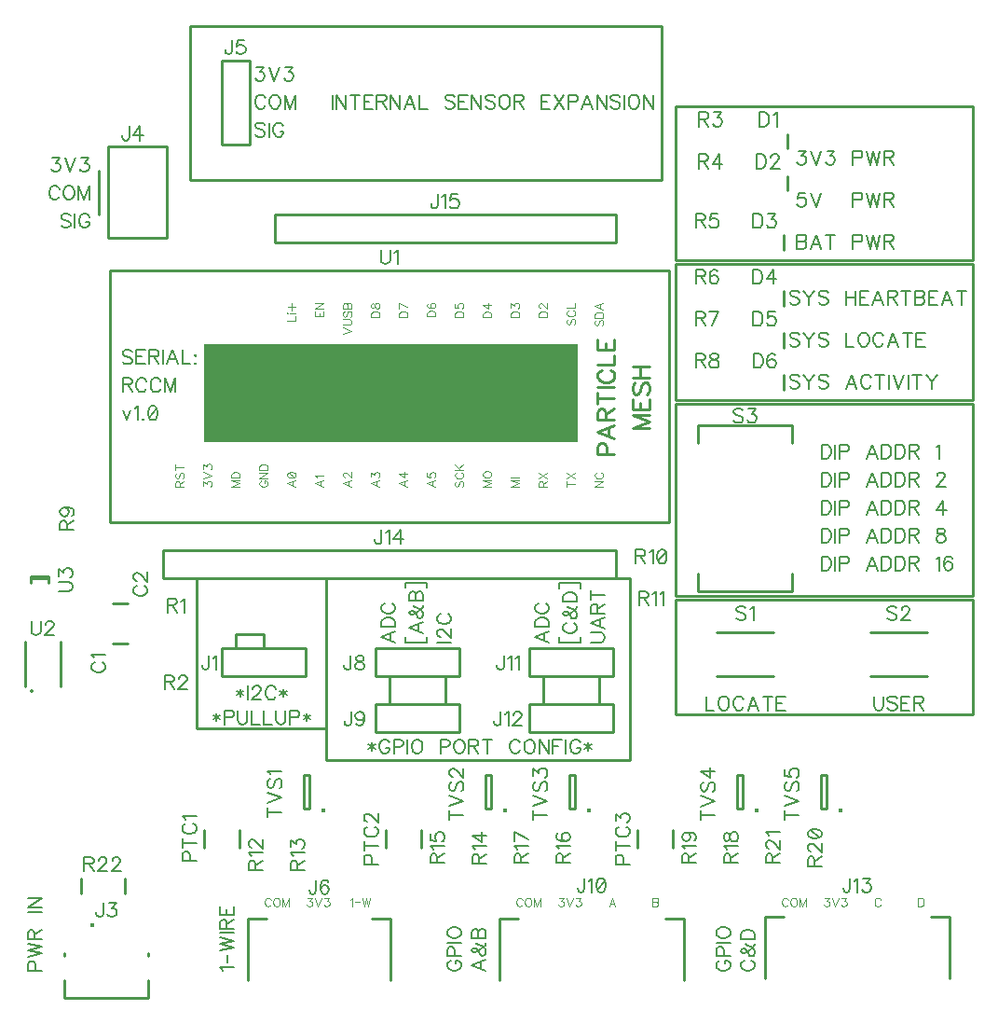
<source format=gbr>
G04 DipTrace 3.3.1.3*
G04 TopSilk.gbr*
%MOIN*%
G04 #@! TF.FileFunction,Legend,Top*
G04 #@! TF.Part,Single*
%ADD10C,0.009843*%
%ADD19C,0.01131*%
%ADD20C,0.011301*%
%ADD25C,0.01578*%
%ADD35C,0.015422*%
%ADD38C,0.013783*%
%ADD87C,0.00772*%
%ADD88C,0.004632*%
%ADD90C,0.009264*%
%FSLAX26Y26*%
G04*
G70*
G90*
G75*
G01*
G04 TopSilk*
%LPD*%
X755629Y1610060D2*
D10*
X806771D1*
Y1752340D2*
X755629D1*
X3168384Y3431771D2*
Y3380629D1*
Y3281771D2*
Y3230629D1*
X3155884Y3069271D2*
Y3018129D1*
Y2869271D2*
Y2818129D1*
Y2719271D2*
Y2668129D1*
Y2569271D2*
Y2518129D1*
X1143700Y1493700D2*
Y1593700D1*
X1443700D1*
Y1493700D2*
Y1593700D1*
X1143700Y1493700D2*
X1443700D1*
D25*
X681201Y602450D3*
X582757Y502846D2*
D10*
Y493395D1*
Y407565D2*
Y342617D1*
X882005D1*
Y407565D1*
Y502846D2*
Y493395D1*
X739367Y3385826D2*
X948031D1*
Y3059054D1*
X739367D1*
Y3385826D1*
X705905Y3301192D2*
Y3143688D1*
X1143700Y3693700D2*
X1243700D1*
Y3393700D1*
X1143700D2*
X1243700D1*
X1143700Y3693700D2*
Y3393700D1*
X1237401Y628448D2*
Y407971D1*
X1749212Y628448D2*
Y407971D1*
X1237401Y628448D2*
X1304346D1*
X1749212D2*
X1682267D1*
X1693700Y1493700D2*
Y1593700D1*
X1993700D1*
Y1493700D2*
Y1593700D1*
X1693700Y1493700D2*
X1993700D1*
X1693700Y1293700D2*
Y1393700D1*
X1993700D1*
Y1293700D2*
Y1393700D1*
X1693700Y1293700D2*
X1993700D1*
X2137401Y628449D2*
Y407965D1*
X2798818Y628449D2*
Y407965D1*
X2137401Y628449D2*
X2204336D1*
X2798818D2*
X2731883D1*
X2243700Y1493700D2*
Y1593700D1*
X2543700D1*
Y1493700D2*
Y1593700D1*
X2243700Y1493700D2*
X2543700D1*
X2243700Y1293700D2*
Y1393700D1*
X2543700D1*
Y1293700D2*
Y1393700D1*
X2243700Y1293700D2*
X2543700D1*
X3087401Y634700D2*
Y414215D1*
X3748818Y634700D2*
Y414215D1*
X3087401Y634700D2*
X3154336D1*
X3748818D2*
X3681883D1*
X933857Y1942913D2*
X2553543D1*
Y1844487D1*
X933857D1*
Y1942913D1*
X1333857Y3142913D2*
X2553543D1*
Y3044487D1*
X1333857D1*
Y3142913D1*
X1206680Y944497D2*
Y881485D1*
X1080720Y944497D2*
Y881485D1*
X1856680Y944497D2*
Y881485D1*
X1730720Y944497D2*
Y881485D1*
X2756680Y944497D2*
Y881485D1*
X2630720Y944497D2*
Y881485D1*
X639840Y718129D2*
Y769271D1*
X797342Y771261D2*
Y716139D1*
X2914161Y1651180D2*
X3118908D1*
X2914161Y1493700D2*
X3118908D1*
X3464161Y1651180D2*
X3668908D1*
X3464161Y1493700D2*
X3668908D1*
X3016535Y2388976D2*
X3185829D1*
Y2325964D2*
Y2388976D1*
X3016535D2*
X2847240D1*
Y2325964D1*
X3016535Y1798424D2*
X3185829D1*
X3016535D2*
X2847240D1*
Y1861436D1*
X3185829Y1798424D2*
Y1861436D1*
D35*
X1508409Y1012851D3*
X1458267Y1022052D2*
D10*
Y1140157D1*
X1438582D1*
Y1022052D1*
X1458267D1*
D35*
X2158409Y1012851D3*
X2108267Y1022052D2*
D10*
Y1140157D1*
X2088582D1*
Y1022052D1*
X2108267D1*
D35*
X2458409Y1012851D3*
X2408267Y1022052D2*
D10*
Y1140157D1*
X2388582D1*
Y1022052D1*
X2408267D1*
D35*
X3058409Y1012851D3*
X3008267Y1022052D2*
D10*
Y1140157D1*
X2988582D1*
Y1022052D1*
X3008267D1*
D35*
X3358409Y1012851D3*
X3308267Y1022052D2*
D10*
Y1140157D1*
X3288582D1*
Y1022052D1*
X3308267D1*
X743700Y2043700D2*
X2743700D1*
Y2943700D1*
X743700D1*
Y2043700D1*
X441338Y1455912D2*
Y1617322D1*
X567322Y1455912D2*
Y1617322D1*
D38*
X463977Y1439175D3*
X525165Y1850361D2*
D10*
Y1826802D1*
X462235Y1850361D2*
Y1826802D1*
Y1842947D2*
X525165D1*
X462235Y1850396D2*
X525165D1*
X1031200Y3818700D2*
D19*
X2718700D1*
Y3268700D1*
X1031200D1*
Y3818700D1*
X2768700Y3531200D2*
X3831200D1*
Y2981200D1*
X2768700D1*
Y3531200D1*
X1193700Y1593700D2*
D20*
Y1643700D1*
X1293700D1*
Y1593700D1*
X2493700Y1493700D2*
Y1393700D1*
X2293700Y1493700D2*
Y1393700D1*
X1943700Y1493700D2*
Y1393700D1*
X1743700Y1493700D2*
Y1393700D1*
X1056200Y1843700D2*
X2606200D1*
Y1193700D1*
X1518700D2*
X2606200D1*
X1056200Y1306200D2*
X1518700D1*
Y1843700D2*
Y1193700D1*
X1056200Y1843700D2*
Y1306200D1*
G36*
X1081200Y2681200D2*
X2418700D1*
Y2331200D1*
X1081200D1*
Y2681200D1*
G37*
X2768700Y2968700D2*
D19*
X3831200D1*
Y2481200D1*
X2768700D1*
Y2968700D1*
Y2468700D2*
X3831200D1*
Y1781200D1*
X2768700D1*
Y2468700D1*
Y1768700D2*
X3831200D1*
Y1356200D1*
X2768700D1*
Y1768700D1*
X690388Y1543402D2*
D87*
X685634Y1541025D1*
X680826Y1536217D1*
X678449Y1531463D1*
Y1521902D1*
X680826Y1517093D1*
X685634Y1512340D1*
X690388Y1509908D1*
X697573Y1507532D1*
X709566D1*
X716696Y1509908D1*
X721504Y1512340D1*
X726258Y1517093D1*
X728689Y1521902D1*
Y1531463D1*
X726258Y1536217D1*
X721504Y1541025D1*
X716696Y1543402D1*
X688066Y1558841D2*
X685634Y1563649D1*
X678505Y1570834D1*
X728689D1*
X840388Y1816686D2*
X835634Y1814309D1*
X830826Y1809501D1*
X828449Y1804748D1*
Y1795186D1*
X830826Y1790378D1*
X835634Y1785624D1*
X840388Y1783193D1*
X847573Y1780816D1*
X859566D1*
X866696Y1783193D1*
X871504Y1785624D1*
X876258Y1790378D1*
X878689Y1795186D1*
Y1804748D1*
X876258Y1809501D1*
X871504Y1814309D1*
X866696Y1816686D1*
X840443Y1834557D2*
X838066D1*
X833258Y1836934D1*
X830881Y1839310D1*
X828505Y1844119D1*
Y1853680D1*
X830881Y1858433D1*
X833258Y1860810D1*
X838066Y1863242D1*
X842820D1*
X847628Y1860810D1*
X854758Y1856057D1*
X878689Y1832125D1*
Y1865618D1*
X3069034Y3508951D2*
Y3458711D1*
X3085780D1*
X3092965Y3461142D1*
X3097774Y3465896D1*
X3100150Y3470704D1*
X3102527Y3477834D1*
Y3489827D1*
X3100150Y3497012D1*
X3097774Y3501766D1*
X3092965Y3506574D1*
X3085780Y3508951D1*
X3069034D1*
X3117966Y3499334D2*
X3122775Y3501766D1*
X3129960Y3508895D1*
Y3458711D1*
X3058284Y3358951D2*
Y3308711D1*
X3075030D1*
X3082215Y3311142D1*
X3087024Y3315896D1*
X3089400Y3320704D1*
X3091777Y3327834D1*
Y3339827D1*
X3089400Y3347012D1*
X3087024Y3351766D1*
X3082215Y3356574D1*
X3075030Y3358951D1*
X3058284D1*
X3109648Y3346957D2*
Y3349334D1*
X3112025Y3354142D1*
X3114401Y3356519D1*
X3119210Y3358895D1*
X3128771D1*
X3133525Y3356519D1*
X3135901Y3354142D1*
X3138333Y3349334D1*
Y3344581D1*
X3135901Y3339772D1*
X3131148Y3332642D1*
X3107216Y3308711D1*
X3140710D1*
X3045784Y3146451D2*
Y3096211D1*
X3062530D1*
X3069715Y3098642D1*
X3074524Y3103396D1*
X3076900Y3108204D1*
X3079277Y3115334D1*
Y3127327D1*
X3076900Y3134512D1*
X3074524Y3139266D1*
X3069715Y3144074D1*
X3062530Y3146451D1*
X3045784D1*
X3099525Y3146395D2*
X3125778D1*
X3111463Y3127272D1*
X3118648D1*
X3123401Y3124896D1*
X3125778Y3122519D1*
X3128210Y3115334D1*
Y3110581D1*
X3125778Y3103396D1*
X3121025Y3098587D1*
X3113839Y3096211D1*
X3106654D1*
X3099525Y3098587D1*
X3097148Y3101019D1*
X3094716Y3105772D1*
X3044595Y2946451D2*
Y2896211D1*
X3061342D1*
X3068527Y2898642D1*
X3073335Y2903396D1*
X3075712Y2908204D1*
X3078089Y2915334D1*
Y2927327D1*
X3075712Y2934512D1*
X3073335Y2939266D1*
X3068527Y2944074D1*
X3061342Y2946451D1*
X3044595D1*
X3117460Y2896211D2*
Y2946395D1*
X3093528Y2912957D1*
X3129398D1*
X3045784Y2796451D2*
Y2746211D1*
X3062530D1*
X3069715Y2748642D1*
X3074524Y2753396D1*
X3076900Y2758204D1*
X3079277Y2765334D1*
Y2777327D1*
X3076900Y2784512D1*
X3074524Y2789266D1*
X3069715Y2794074D1*
X3062530Y2796451D1*
X3045784D1*
X3123401Y2796395D2*
X3099525D1*
X3097148Y2774896D1*
X3099525Y2777272D1*
X3106710Y2779704D1*
X3113839D1*
X3121025Y2777272D1*
X3125833Y2772519D1*
X3128210Y2765334D1*
Y2760581D1*
X3125833Y2753396D1*
X3121025Y2748587D1*
X3113839Y2746211D1*
X3106710D1*
X3099525Y2748587D1*
X3097148Y2751019D1*
X3094716Y2755772D1*
X3047000Y2646451D2*
Y2596211D1*
X3063746D1*
X3070931Y2598642D1*
X3075740Y2603396D1*
X3078116Y2608204D1*
X3080493Y2615334D1*
Y2627327D1*
X3078116Y2634512D1*
X3075740Y2639266D1*
X3070931Y2644074D1*
X3063746Y2646451D1*
X3047000D1*
X3124617Y2639266D2*
X3122240Y2644019D1*
X3115055Y2646395D1*
X3110302D1*
X3103117Y2644019D1*
X3098309Y2636834D1*
X3095932Y2624896D1*
Y2612957D1*
X3098309Y2603396D1*
X3103117Y2598587D1*
X3110302Y2596211D1*
X3112679D1*
X3119809Y2598587D1*
X3124617Y2603396D1*
X3126994Y2610581D1*
Y2612957D1*
X3124617Y2620142D1*
X3119809Y2624896D1*
X3112679Y2627272D1*
X3110302D1*
X3103117Y2624896D1*
X3098309Y2620142D1*
X3095932Y2612957D1*
X1098199Y1566923D2*
Y1528677D1*
X1095822Y1521492D1*
X1093390Y1519115D1*
X1088637Y1516683D1*
X1083829D1*
X1079076Y1519115D1*
X1076699Y1521492D1*
X1074267Y1528677D1*
Y1533430D1*
X1113638Y1557306D2*
X1118447Y1559738D1*
X1125632Y1566868D1*
Y1516683D1*
X719881Y683557D2*
Y645310D1*
X717504Y638125D1*
X715072Y635749D1*
X710319Y633317D1*
X705511D1*
X700757Y635749D1*
X698381Y638125D1*
X695949Y645310D1*
Y650064D1*
X740128Y683502D2*
X766381D1*
X752067Y664378D1*
X759252D1*
X764005Y662002D1*
X766381Y659625D1*
X768813Y652440D1*
Y647687D1*
X766381Y640502D1*
X761628Y635694D1*
X754443Y633317D1*
X747258D1*
X740128Y635694D1*
X737752Y638125D1*
X735320Y642879D1*
X813279Y3459049D2*
Y3420803D1*
X810902Y3413618D1*
X808471Y3411241D1*
X803717Y3408809D1*
X798909D1*
X794156Y3411241D1*
X791779Y3413618D1*
X789347Y3420803D1*
Y3425556D1*
X852650Y3408809D2*
Y3458994D1*
X828718Y3425556D1*
X864588D1*
X1181200Y3766923D2*
Y3728677D1*
X1178823Y3721492D1*
X1176391Y3719115D1*
X1171638Y3716683D1*
X1166829D1*
X1162076Y3719115D1*
X1159700Y3721492D1*
X1157268Y3728677D1*
Y3733430D1*
X1225324Y3766868D2*
X1201447D1*
X1199071Y3745368D1*
X1201447Y3747745D1*
X1208632Y3750176D1*
X1215762D1*
X1222947Y3747745D1*
X1227756Y3742991D1*
X1230132Y3735806D1*
Y3731053D1*
X1227756Y3723868D1*
X1222947Y3719060D1*
X1215762Y3716683D1*
X1208632D1*
X1201447Y3719060D1*
X1199071Y3721492D1*
X1196639Y3726245D1*
X1482022Y765232D2*
Y726986D1*
X1479645Y719801D1*
X1477213Y717424D1*
X1472460Y714992D1*
X1467652D1*
X1462899Y717424D1*
X1460522Y719801D1*
X1458090Y726986D1*
Y731739D1*
X1526146Y758047D2*
X1523769Y762800D1*
X1516584Y765177D1*
X1511831D1*
X1504646Y762800D1*
X1499838Y755615D1*
X1497461Y743677D1*
Y731739D1*
X1499838Y722177D1*
X1504646Y717369D1*
X1511831Y714992D1*
X1514208D1*
X1521337Y717369D1*
X1526146Y722177D1*
X1528523Y729362D1*
Y731739D1*
X1526146Y738924D1*
X1521337Y743677D1*
X1514208Y746054D1*
X1511831D1*
X1504646Y743677D1*
X1499838Y738924D1*
X1497461Y731739D1*
X1606227Y1566923D2*
Y1528677D1*
X1603851Y1521492D1*
X1601419Y1519115D1*
X1596666Y1516683D1*
X1591857D1*
X1587104Y1519115D1*
X1584727Y1521492D1*
X1582295Y1528677D1*
Y1533430D1*
X1633605Y1566868D2*
X1626475Y1564491D1*
X1624043Y1559738D1*
Y1554930D1*
X1626475Y1550176D1*
X1631228Y1547745D1*
X1640790Y1545368D1*
X1647975Y1542991D1*
X1652728Y1538183D1*
X1655105Y1533430D1*
Y1526245D1*
X1652728Y1521492D1*
X1650351Y1519060D1*
X1643166Y1516683D1*
X1633605D1*
X1626475Y1519060D1*
X1624043Y1521492D1*
X1621666Y1526245D1*
Y1533430D1*
X1624043Y1538183D1*
X1628851Y1542991D1*
X1635981Y1545368D1*
X1645543Y1547745D1*
X1650351Y1550176D1*
X1652728Y1554930D1*
Y1559738D1*
X1650351Y1564491D1*
X1643166Y1566868D1*
X1633605D1*
X1607388Y1366923D2*
Y1328677D1*
X1605011Y1321492D1*
X1602579Y1319115D1*
X1597826Y1316683D1*
X1593018D1*
X1588265Y1319115D1*
X1585888Y1321492D1*
X1583456Y1328677D1*
Y1333430D1*
X1653944Y1350176D2*
X1651512Y1342991D1*
X1646759Y1338183D1*
X1639574Y1335806D1*
X1637197D1*
X1630012Y1338183D1*
X1625259Y1342991D1*
X1622827Y1350176D1*
Y1352553D1*
X1625259Y1359738D1*
X1630012Y1364491D1*
X1637197Y1366868D1*
X1639574D1*
X1646759Y1364491D1*
X1651512Y1359738D1*
X1653944Y1350176D1*
Y1338183D1*
X1651512Y1326245D1*
X1646759Y1319060D1*
X1639574Y1316683D1*
X1634821D1*
X1627636Y1319060D1*
X1625259Y1323868D1*
X2441893Y771484D2*
Y733237D1*
X2439516Y726052D1*
X2437084Y723676D1*
X2432331Y721244D1*
X2427523D1*
X2422769Y723676D1*
X2420393Y726052D1*
X2417961Y733237D1*
Y737990D1*
X2457332Y761867D2*
X2462140Y764299D1*
X2469325Y771429D1*
Y721244D1*
X2499135Y771429D2*
X2491950Y769052D1*
X2487141Y761867D1*
X2484765Y749929D1*
Y742744D1*
X2487141Y730805D1*
X2491950Y723620D1*
X2499135Y721244D1*
X2503888D1*
X2511073Y723620D1*
X2515826Y730805D1*
X2518258Y742744D1*
Y749929D1*
X2515826Y761867D1*
X2511073Y769052D1*
X2503888Y771429D1*
X2499135D1*
X2515826Y761867D2*
X2487141Y730805D1*
X2153233Y1566923D2*
Y1528677D1*
X2150857Y1521492D1*
X2148425Y1519115D1*
X2143671Y1516683D1*
X2138863D1*
X2134110Y1519115D1*
X2131733Y1521492D1*
X2129301Y1528677D1*
Y1533430D1*
X2168672Y1557306D2*
X2173481Y1559738D1*
X2180666Y1566868D1*
Y1516683D1*
X2196105Y1557306D2*
X2200914Y1559738D1*
X2208099Y1566868D1*
Y1516683D1*
X2142483Y1366923D2*
Y1328677D1*
X2140107Y1321492D1*
X2137675Y1319115D1*
X2132922Y1316683D1*
X2128113D1*
X2123360Y1319115D1*
X2120983Y1321492D1*
X2118551Y1328677D1*
Y1333430D1*
X2157922Y1357306D2*
X2162731Y1359738D1*
X2169916Y1366868D1*
Y1316683D1*
X2187787Y1354930D2*
Y1357306D1*
X2190164Y1362115D1*
X2192540Y1364491D1*
X2197349Y1366868D1*
X2206910D1*
X2211663Y1364491D1*
X2214040Y1362115D1*
X2216472Y1357306D1*
Y1352553D1*
X2214040Y1347745D1*
X2209287Y1340615D1*
X2185355Y1316683D1*
X2218849D1*
X3391893Y771484D2*
Y733237D1*
X3389516Y726052D1*
X3387084Y723676D1*
X3382331Y721244D1*
X3377523D1*
X3372769Y723676D1*
X3370393Y726052D1*
X3367961Y733237D1*
Y737990D1*
X3407332Y761867D2*
X3412140Y764299D1*
X3419325Y771429D1*
Y721244D1*
X3439573Y771429D2*
X3465826D1*
X3451511Y752305D1*
X3458696D1*
X3463450Y749929D1*
X3465826Y747552D1*
X3468258Y740367D1*
Y735614D1*
X3465826Y728429D1*
X3461073Y723620D1*
X3453888Y721244D1*
X3446703D1*
X3439573Y723620D1*
X3437196Y726052D1*
X3434765Y730805D1*
X1716295Y2016136D2*
Y1977889D1*
X1713918Y1970704D1*
X1711486Y1968328D1*
X1706733Y1965896D1*
X1701925D1*
X1697172Y1968328D1*
X1694795Y1970704D1*
X1692363Y1977889D1*
Y1982642D1*
X1731734Y2006519D2*
X1736543Y2008951D1*
X1743728Y2016080D1*
Y1965896D1*
X1783099D2*
Y2016080D1*
X1759167Y1982642D1*
X1795037D1*
X1917483Y3216136D2*
Y3177889D1*
X1915107Y3170704D1*
X1912675Y3168328D1*
X1907922Y3165896D1*
X1903113D1*
X1898360Y3168328D1*
X1895983Y3170704D1*
X1893551Y3177889D1*
Y3182642D1*
X1932922Y3206519D2*
X1937731Y3208951D1*
X1944916Y3216080D1*
Y3165896D1*
X1989040Y3216080D2*
X1965164D1*
X1962787Y3194581D1*
X1965164Y3196957D1*
X1972349Y3199389D1*
X1979478D1*
X1986663Y3196957D1*
X1991472Y3192204D1*
X1993849Y3185019D1*
Y3180266D1*
X1991472Y3173081D1*
X1986663Y3168272D1*
X1979478Y3165896D1*
X1972349D1*
X1965164Y3168272D1*
X1962787Y3170704D1*
X1960355Y3175457D1*
X1029856Y832408D2*
Y853963D1*
X1027480Y861092D1*
X1025048Y863524D1*
X1020295Y865901D1*
X1013109D1*
X1008356Y863524D1*
X1005924Y861092D1*
X1003548Y853963D1*
Y832408D1*
X1053788D1*
X1003548Y898087D2*
X1053788D1*
X1003548Y881340D2*
Y914833D1*
X1015486Y966143D2*
X1010733Y963766D1*
X1005924Y958958D1*
X1003548Y954204D1*
Y944643D1*
X1005924Y939834D1*
X1010733Y935081D1*
X1015486Y932649D1*
X1022671Y930273D1*
X1034665D1*
X1041794Y932649D1*
X1046603Y935081D1*
X1051356Y939834D1*
X1053788Y944643D1*
Y954204D1*
X1051356Y958957D1*
X1046603Y963766D1*
X1041794Y966143D1*
X1013165Y981582D2*
X1010733Y986390D1*
X1003603Y993575D1*
X1053788D1*
X1679856Y821658D2*
Y843213D1*
X1677480Y850342D1*
X1675048Y852774D1*
X1670295Y855151D1*
X1663109D1*
X1658356Y852774D1*
X1655924Y850342D1*
X1653548Y843213D1*
Y821658D1*
X1703788D1*
X1653548Y887337D2*
X1703788D1*
X1653548Y870590D2*
Y904083D1*
X1665486Y955393D2*
X1660733Y953016D1*
X1655924Y948208D1*
X1653548Y943454D1*
Y933893D1*
X1655924Y929084D1*
X1660733Y924331D1*
X1665486Y921899D1*
X1672671Y919523D1*
X1684665D1*
X1691794Y921899D1*
X1696603Y924331D1*
X1701356Y929084D1*
X1703788Y933893D1*
Y943454D1*
X1701356Y948208D1*
X1696603Y953016D1*
X1691794Y955393D1*
X1665541Y973264D2*
X1663165D1*
X1658356Y975640D1*
X1655980Y978017D1*
X1653603Y982825D1*
Y992387D1*
X1655980Y997140D1*
X1658356Y999517D1*
X1663165Y1001949D1*
X1667918D1*
X1672726Y999517D1*
X1679856Y994764D1*
X1703788Y970832D1*
Y1004325D1*
X2579856Y821658D2*
Y843213D1*
X2577480Y850342D1*
X2575048Y852774D1*
X2570295Y855151D1*
X2563109D1*
X2558356Y852774D1*
X2555924Y850342D1*
X2553548Y843213D1*
Y821658D1*
X2603788D1*
X2553548Y887337D2*
X2603788D1*
X2553548Y870590D2*
Y904083D1*
X2565486Y955393D2*
X2560733Y953016D1*
X2555924Y948208D1*
X2553548Y943454D1*
Y933893D1*
X2555924Y929084D1*
X2560733Y924331D1*
X2565486Y921899D1*
X2572671Y919523D1*
X2584665D1*
X2591794Y921899D1*
X2596603Y924331D1*
X2601356Y929084D1*
X2603788Y933893D1*
Y943454D1*
X2601356Y948208D1*
X2596603Y953016D1*
X2591794Y955393D1*
X2553603Y975640D2*
Y1001893D1*
X2572726Y987579D1*
Y994764D1*
X2575103Y999517D1*
X2577480Y1001893D1*
X2584665Y1004325D1*
X2589418D1*
X2596603Y1001893D1*
X2601411Y997140D1*
X2603788Y989955D1*
Y982770D1*
X2601411Y975640D1*
X2598979Y973264D1*
X2594226Y970832D1*
X950639Y1747519D2*
X972138D1*
X979323Y1749951D1*
X981755Y1752327D1*
X984132Y1757081D1*
Y1761889D1*
X981755Y1766642D1*
X979323Y1769074D1*
X972138Y1771451D1*
X950639D1*
Y1721211D1*
X967385Y1747519D2*
X984132Y1721211D1*
X999571Y1761834D2*
X1004380Y1764266D1*
X1011565Y1771395D1*
Y1721211D1*
X939889Y1472519D2*
X961388D1*
X968574Y1474951D1*
X971005Y1477327D1*
X973382Y1482081D1*
Y1486889D1*
X971005Y1491642D1*
X968574Y1494074D1*
X961388Y1496451D1*
X939889D1*
Y1446211D1*
X956635Y1472519D2*
X973382Y1446211D1*
X991253Y1484457D2*
Y1486834D1*
X993630Y1491642D1*
X996006Y1494019D1*
X1000815Y1496395D1*
X1010376D1*
X1015129Y1494019D1*
X1017506Y1491642D1*
X1019938Y1486834D1*
Y1482081D1*
X1017506Y1477272D1*
X1012753Y1470142D1*
X988821Y1446211D1*
X1022315D1*
X2852389Y3485019D2*
X2873888D1*
X2881074Y3487451D1*
X2883505Y3489827D1*
X2885882Y3494581D1*
Y3499389D1*
X2883505Y3504142D1*
X2881074Y3506574D1*
X2873888Y3508951D1*
X2852389D1*
Y3458711D1*
X2869135Y3485019D2*
X2885882Y3458711D1*
X2906130Y3508895D2*
X2932383D1*
X2918068Y3489772D1*
X2925253D1*
X2930006Y3487396D1*
X2932383Y3485019D1*
X2934815Y3477834D1*
Y3473081D1*
X2932383Y3465896D1*
X2927629Y3461087D1*
X2920444Y3458711D1*
X2913259D1*
X2906130Y3461087D1*
X2903753Y3463519D1*
X2901321Y3468272D1*
X2851200Y3335019D2*
X2872700D1*
X2879885Y3337451D1*
X2882317Y3339827D1*
X2884694Y3344581D1*
Y3349389D1*
X2882317Y3354142D1*
X2879885Y3356574D1*
X2872700Y3358951D1*
X2851200D1*
Y3308711D1*
X2867947Y3335019D2*
X2884694Y3308711D1*
X2924065D2*
Y3358895D1*
X2900133Y3325457D1*
X2936003D1*
X2839889Y3122519D2*
X2861388D1*
X2868574Y3124951D1*
X2871005Y3127327D1*
X2873382Y3132081D1*
Y3136889D1*
X2871005Y3141642D1*
X2868574Y3144074D1*
X2861388Y3146451D1*
X2839889D1*
Y3096211D1*
X2856635Y3122519D2*
X2873382Y3096211D1*
X2917506Y3146395D2*
X2893630D1*
X2891253Y3124896D1*
X2893630Y3127272D1*
X2900815Y3129704D1*
X2907944D1*
X2915129Y3127272D1*
X2919938Y3122519D1*
X2922315Y3115334D1*
Y3110581D1*
X2919938Y3103396D1*
X2915129Y3098587D1*
X2907944Y3096211D1*
X2900815D1*
X2893630Y3098587D1*
X2891253Y3101019D1*
X2888821Y3105772D1*
X2841105Y2922519D2*
X2862604D1*
X2869789Y2924951D1*
X2872221Y2927327D1*
X2874598Y2932081D1*
Y2936889D1*
X2872221Y2941642D1*
X2869789Y2944074D1*
X2862604Y2946451D1*
X2841105D1*
Y2896211D1*
X2857851Y2922519D2*
X2874598Y2896211D1*
X2918722Y2939266D2*
X2916345Y2944019D1*
X2909160Y2946395D1*
X2904407D1*
X2897222Y2944019D1*
X2892414Y2936834D1*
X2890037Y2924896D1*
Y2912957D1*
X2892414Y2903396D1*
X2897222Y2898587D1*
X2904407Y2896211D1*
X2906784D1*
X2913914Y2898587D1*
X2918722Y2903396D1*
X2921099Y2910581D1*
Y2912957D1*
X2918722Y2920142D1*
X2913914Y2924896D1*
X2906784Y2927272D1*
X2904407D1*
X2897222Y2924896D1*
X2892414Y2920142D1*
X2890037Y2912957D1*
X2839889Y2772519D2*
X2861388D1*
X2868574Y2774951D1*
X2871005Y2777327D1*
X2873382Y2782081D1*
Y2786889D1*
X2871005Y2791642D1*
X2868574Y2794074D1*
X2861388Y2796451D1*
X2839889D1*
Y2746211D1*
X2856635Y2772519D2*
X2873382Y2746211D1*
X2898383D2*
X2922315Y2796395D1*
X2888821D1*
X2839916Y2622519D2*
X2861416D1*
X2868601Y2624951D1*
X2871033Y2627327D1*
X2873410Y2632081D1*
Y2636889D1*
X2871033Y2641642D1*
X2868601Y2644074D1*
X2861416Y2646451D1*
X2839916D1*
Y2596211D1*
X2856663Y2622519D2*
X2873410Y2596211D1*
X2900787Y2646395D2*
X2893657Y2644019D1*
X2891225Y2639266D1*
Y2634457D1*
X2893657Y2629704D1*
X2898410Y2627272D1*
X2907972Y2624896D1*
X2915157Y2622519D1*
X2919910Y2617710D1*
X2922287Y2612957D1*
Y2605772D1*
X2919910Y2601019D1*
X2917534Y2598587D1*
X2910349Y2596211D1*
X2900787D1*
X2893657Y2598587D1*
X2891225Y2601019D1*
X2888849Y2605772D1*
Y2612957D1*
X2891225Y2617710D1*
X2896034Y2622519D1*
X2903164Y2624896D1*
X2912725Y2627272D1*
X2917534Y2629704D1*
X2919910Y2634457D1*
Y2639266D1*
X2917534Y2644019D1*
X2910349Y2646395D1*
X2900787D1*
X589881Y2016274D2*
Y2037774D1*
X587449Y2044959D1*
X585073Y2047391D1*
X580320Y2049767D1*
X575511D1*
X570758Y2047391D1*
X568326Y2044959D1*
X565949Y2037774D1*
Y2016274D1*
X616189D1*
X589881Y2033021D2*
X616189Y2049767D1*
X582696Y2096323D2*
X589881Y2093891D1*
X594690Y2089138D1*
X597066Y2081953D1*
Y2079576D1*
X594690Y2072391D1*
X589881Y2067638D1*
X582696Y2065206D1*
X580320D1*
X573134Y2067638D1*
X568381Y2072391D1*
X566005Y2079576D1*
Y2081953D1*
X568381Y2089138D1*
X573134Y2093891D1*
X582696Y2096323D1*
X594690D1*
X606628Y2093891D1*
X613813Y2089138D1*
X616189Y2081953D1*
Y2077200D1*
X613813Y2070015D1*
X609004Y2067638D1*
X2626172Y1922519D2*
X2647672D1*
X2654857Y1924951D1*
X2657289Y1927327D1*
X2659666Y1932081D1*
Y1936889D1*
X2657289Y1941642D1*
X2654857Y1944074D1*
X2647672Y1946451D1*
X2626172D1*
Y1896211D1*
X2642919Y1922519D2*
X2659666Y1896211D1*
X2675105Y1936834D2*
X2679913Y1939266D1*
X2687098Y1946395D1*
Y1896211D1*
X2716908Y1946395D2*
X2709723Y1944019D1*
X2704914Y1936834D1*
X2702538Y1924896D1*
Y1917710D1*
X2704914Y1905772D1*
X2709723Y1898587D1*
X2716908Y1896211D1*
X2721661D1*
X2728846Y1898587D1*
X2733599Y1905772D1*
X2736031Y1917710D1*
Y1924896D1*
X2733599Y1936834D1*
X2728846Y1944019D1*
X2721661Y1946395D1*
X2716908D1*
X2733599Y1936834D2*
X2704914Y1905772D1*
X2636922Y1772519D2*
X2658422D1*
X2665607Y1774951D1*
X2668039Y1777327D1*
X2670416Y1782081D1*
Y1786889D1*
X2668039Y1791642D1*
X2665607Y1794074D1*
X2658422Y1796451D1*
X2636922D1*
Y1746211D1*
X2653669Y1772519D2*
X2670416Y1746211D1*
X2685855Y1786834D2*
X2690663Y1789266D1*
X2697848Y1796395D1*
Y1746211D1*
X2713287Y1786834D2*
X2718096Y1789266D1*
X2725281Y1796395D1*
Y1746211D1*
X1264881Y801369D2*
Y822869D1*
X1262449Y830054D1*
X1260073Y832486D1*
X1255320Y834863D1*
X1250511D1*
X1245758Y832486D1*
X1243326Y830054D1*
X1240949Y822869D1*
Y801369D1*
X1291189D1*
X1264881Y818116D2*
X1291189Y834862D1*
X1250566Y850302D2*
X1248134Y855110D1*
X1241005Y862295D1*
X1291189D1*
X1252943Y880166D2*
X1250566D1*
X1245758Y882543D1*
X1243381Y884920D1*
X1241005Y889728D1*
Y899290D1*
X1243381Y904043D1*
X1245758Y906419D1*
X1250566Y908851D1*
X1255319D1*
X1260128Y906419D1*
X1267258Y901666D1*
X1291189Y877734D1*
Y911228D1*
X1414881Y801369D2*
Y822869D1*
X1412449Y830054D1*
X1410073Y832486D1*
X1405320Y834863D1*
X1400511D1*
X1395758Y832486D1*
X1393326Y830054D1*
X1390949Y822869D1*
Y801369D1*
X1441189D1*
X1414881Y818116D2*
X1441189Y834862D1*
X1400566Y850302D2*
X1398134Y855110D1*
X1391005Y862295D1*
X1441189D1*
X1391005Y882543D2*
Y908796D1*
X1410128Y894481D1*
Y901666D1*
X1412505Y906419D1*
X1414881Y908796D1*
X1422066Y911228D1*
X1426819D1*
X1434004Y908796D1*
X1438813Y904043D1*
X1441189Y896858D1*
Y889673D1*
X1438813Y882543D1*
X1436381Y880166D1*
X1431628Y877734D1*
X2064881Y824984D2*
Y846484D1*
X2062449Y853669D1*
X2060073Y856101D1*
X2055320Y858477D1*
X2050511D1*
X2045758Y856101D1*
X2043326Y853669D1*
X2040949Y846484D1*
Y824984D1*
X2091189D1*
X2064881Y841731D2*
X2091189Y858477D1*
X2050566Y873917D2*
X2048134Y878725D1*
X2041005Y885910D1*
X2091189D1*
Y925281D2*
X2041005D1*
X2074443Y901349D1*
Y937219D1*
X1914881Y826172D2*
Y847672D1*
X1912449Y854857D1*
X1910073Y857289D1*
X1905320Y859666D1*
X1900511D1*
X1895758Y857289D1*
X1893326Y854857D1*
X1890949Y847672D1*
Y826172D1*
X1941189D1*
X1914881Y842919D2*
X1941189Y859666D1*
X1900566Y875105D2*
X1898134Y879913D1*
X1891005Y887098D1*
X1941189D1*
X1891005Y931222D2*
Y907346D1*
X1912505Y904969D1*
X1910128Y907346D1*
X1907696Y914531D1*
Y921661D1*
X1910128Y928846D1*
X1914881Y933654D1*
X1922066Y936031D1*
X1926819D1*
X1934004Y933654D1*
X1938813Y928846D1*
X1941189Y921661D1*
Y914531D1*
X1938813Y907346D1*
X1936381Y904969D1*
X1931628Y902538D1*
X2364881Y827388D2*
Y848888D1*
X2362449Y856073D1*
X2360073Y858505D1*
X2355320Y860882D1*
X2350511D1*
X2345758Y858505D1*
X2343326Y856073D1*
X2340949Y848888D1*
Y827388D1*
X2391189D1*
X2364881Y844135D2*
X2391189Y860882D1*
X2350566Y876321D2*
X2348134Y881129D1*
X2341005Y888314D1*
X2391189D1*
X2348134Y932438D2*
X2343381Y930062D1*
X2341005Y922877D1*
Y918124D1*
X2343381Y910939D1*
X2350566Y906130D1*
X2362505Y903754D1*
X2374443D1*
X2384004Y906130D1*
X2388813Y910939D1*
X2391189Y918124D1*
Y920500D1*
X2388813Y927630D1*
X2384004Y932438D1*
X2376819Y934815D1*
X2374443D1*
X2367258Y932438D1*
X2362505Y927630D1*
X2360128Y920500D1*
Y918124D1*
X2362505Y910939D1*
X2367258Y906130D1*
X2374443Y903754D1*
X2214881Y826172D2*
Y847672D1*
X2212449Y854857D1*
X2210073Y857289D1*
X2205320Y859666D1*
X2200511D1*
X2195758Y857289D1*
X2193326Y854857D1*
X2190949Y847672D1*
Y826172D1*
X2241189D1*
X2214881Y842919D2*
X2241189Y859666D1*
X2200566Y875105D2*
X2198134Y879913D1*
X2191005Y887098D1*
X2241189D1*
Y912099D2*
X2191005Y936031D1*
Y902538D1*
X2964881Y826200D2*
Y847700D1*
X2962449Y854885D1*
X2960073Y857317D1*
X2955320Y859693D1*
X2950511D1*
X2945758Y857317D1*
X2943326Y854885D1*
X2940949Y847700D1*
Y826200D1*
X2991189D1*
X2964881Y842947D2*
X2991189Y859693D1*
X2950566Y875133D2*
X2948134Y879941D1*
X2941005Y887126D1*
X2991189D1*
X2941005Y914503D2*
X2943381Y907374D1*
X2948134Y904942D1*
X2952943D1*
X2957696Y907374D1*
X2960128Y912127D1*
X2962505Y921688D1*
X2964881Y928874D1*
X2969690Y933627D1*
X2974443Y936003D1*
X2981628D1*
X2986381Y933627D1*
X2988813Y931250D1*
X2991189Y924065D1*
Y914503D1*
X2988813Y907374D1*
X2986381Y904942D1*
X2981628Y902565D1*
X2974443D1*
X2969690Y904942D1*
X2964881Y909750D1*
X2962505Y916880D1*
X2960128Y926442D1*
X2957696Y931250D1*
X2952943Y933627D1*
X2948134D1*
X2943381Y931250D1*
X2941005Y924065D1*
Y914503D1*
X2814881Y827361D2*
Y848860D1*
X2812449Y856046D1*
X2810073Y858477D1*
X2805320Y860854D1*
X2800511D1*
X2795758Y858477D1*
X2793326Y856046D1*
X2790949Y848861D1*
Y827361D1*
X2841189D1*
X2814881Y844107D2*
X2841189Y860854D1*
X2800566Y876293D2*
X2798134Y881102D1*
X2791005Y888287D1*
X2841189D1*
X2807696Y934843D2*
X2814881Y932411D1*
X2819690Y927658D1*
X2822066Y920473D1*
Y918096D1*
X2819690Y910911D1*
X2814881Y906158D1*
X2807696Y903726D1*
X2805320D1*
X2798134Y906158D1*
X2793381Y910911D1*
X2791005Y918096D1*
Y920473D1*
X2793381Y927658D1*
X2798134Y932411D1*
X2807696Y934843D1*
X2819690D1*
X2831628Y932411D1*
X2838813Y927658D1*
X2841189Y920473D1*
Y915719D1*
X2838813Y908534D1*
X2834004Y906158D1*
X3264881Y815422D2*
Y836922D1*
X3262449Y844107D1*
X3260073Y846539D1*
X3255320Y848916D1*
X3250511D1*
X3245758Y846539D1*
X3243326Y844107D1*
X3240949Y836922D1*
Y815422D1*
X3291189D1*
X3264881Y832169D2*
X3291189Y848916D1*
X3252943Y866787D2*
X3250566D1*
X3245758Y869163D1*
X3243381Y871540D1*
X3241005Y876348D1*
Y885910D1*
X3243381Y890663D1*
X3245758Y893040D1*
X3250566Y895472D1*
X3255320D1*
X3260128Y893040D1*
X3267258Y888287D1*
X3291189Y864355D1*
Y897848D1*
X3241005Y927658D2*
X3243381Y920473D1*
X3250566Y915664D1*
X3262505Y913288D1*
X3269690D1*
X3281628Y915664D1*
X3288813Y920473D1*
X3291189Y927658D1*
Y932411D1*
X3288813Y939596D1*
X3281628Y944349D1*
X3269690Y946781D1*
X3262505D1*
X3250566Y944349D1*
X3243381Y939596D1*
X3241005Y932411D1*
Y927658D1*
X3250566Y944349D2*
X3281628Y915664D1*
X3114881Y826172D2*
Y847672D1*
X3112449Y854857D1*
X3110073Y857289D1*
X3105320Y859666D1*
X3100511D1*
X3095758Y857289D1*
X3093326Y854857D1*
X3090949Y847672D1*
Y826172D1*
X3141189D1*
X3114881Y842919D2*
X3141189Y859666D1*
X3102943Y877537D2*
X3100566D1*
X3095758Y879913D1*
X3093381Y882290D1*
X3091005Y887098D1*
Y896660D1*
X3093381Y901413D1*
X3095758Y903790D1*
X3100566Y906222D1*
X3105320D1*
X3110128Y903790D1*
X3117258Y899037D1*
X3141189Y875105D1*
Y908598D1*
X3100566Y924037D2*
X3098134Y928846D1*
X3091005Y936031D1*
X3141189D1*
X652912Y822519D2*
X674412D1*
X681597Y824951D1*
X684029Y827327D1*
X686405Y832081D1*
Y836889D1*
X684029Y841642D1*
X681597Y844074D1*
X674412Y846451D1*
X652912D1*
Y796211D1*
X669658Y822519D2*
X686405Y796211D1*
X704276Y834457D2*
Y836834D1*
X706653Y841642D1*
X709029Y844019D1*
X713838Y846395D1*
X723400D1*
X728153Y844019D1*
X730529Y841642D1*
X732961Y836834D1*
Y832081D1*
X730529Y827272D1*
X725776Y820142D1*
X701844Y796211D1*
X735338D1*
X753209Y834457D2*
Y836834D1*
X755585Y841642D1*
X757962Y844019D1*
X762770Y846395D1*
X772332D1*
X777085Y844019D1*
X779462Y841642D1*
X781894Y836834D1*
Y832081D1*
X779462Y827272D1*
X774709Y820142D1*
X750777Y796211D1*
X784270D1*
X3019565Y1736903D2*
X3014812Y1741712D1*
X3007627Y1744088D1*
X2998065D1*
X2990880Y1741712D1*
X2986072Y1736903D1*
Y1732150D1*
X2988503Y1727342D1*
X2990880Y1724965D1*
X2995633Y1722589D1*
X3010003Y1717780D1*
X3014812Y1715404D1*
X3017188Y1712972D1*
X3019565Y1708219D1*
Y1701033D1*
X3014812Y1696280D1*
X3007627Y1693848D1*
X2998065D1*
X2990880Y1696280D1*
X2986072Y1701033D1*
X3035004Y1734472D2*
X3039813Y1736903D1*
X3046998Y1744033D1*
Y1693848D1*
X3558815Y1736903D2*
X3554062Y1741712D1*
X3546877Y1744088D1*
X3537315D1*
X3530130Y1741712D1*
X3525322Y1736903D1*
Y1732150D1*
X3527754Y1727342D1*
X3530130Y1724965D1*
X3534883Y1722589D1*
X3549253Y1717780D1*
X3554062Y1715404D1*
X3556438Y1712972D1*
X3558815Y1708219D1*
Y1701033D1*
X3554062Y1696280D1*
X3546877Y1693848D1*
X3537315D1*
X3530130Y1696280D1*
X3525322Y1701033D1*
X3576686Y1732095D2*
Y1734472D1*
X3579063Y1739280D1*
X3581439Y1741657D1*
X3586248Y1744033D1*
X3595809D1*
X3600563Y1741657D1*
X3602939Y1739280D1*
X3605371Y1734472D1*
Y1729718D1*
X3602939Y1724910D1*
X3598186Y1717780D1*
X3574254Y1693848D1*
X3607748D1*
X3008815Y2442514D2*
X3004062Y2447322D1*
X2996877Y2449699D1*
X2987315D1*
X2980130Y2447322D1*
X2975322Y2442514D1*
Y2437760D1*
X2977754Y2432952D1*
X2980130Y2430575D1*
X2984883Y2428199D1*
X2999253Y2423390D1*
X3004062Y2421014D1*
X3006438Y2418582D1*
X3008815Y2413829D1*
Y2406644D1*
X3004062Y2401891D1*
X2996877Y2399459D1*
X2987315D1*
X2980130Y2401891D1*
X2975322Y2406644D1*
X3029063Y2449643D2*
X3055316D1*
X3041001Y2430520D1*
X3048186D1*
X3052939Y2428144D1*
X3055316Y2425767D1*
X3057748Y2418582D1*
Y2413829D1*
X3055316Y2406644D1*
X3050563Y2401835D1*
X3043378Y2399459D1*
X3036192D1*
X3029063Y2401835D1*
X3026686Y2404267D1*
X3024254Y2409020D1*
X1309256Y1007627D2*
X1359497D1*
X1309256Y990881D2*
X1309257Y1024374D1*
Y1039813D2*
X1359496Y1058936D1*
X1309257Y1078060D1*
X1316442Y1126992D2*
X1311633Y1122239D1*
X1309257Y1115054D1*
Y1105492D1*
X1311633Y1098307D1*
X1316442Y1093499D1*
X1321195D1*
X1326003Y1095931D1*
X1328380Y1098307D1*
X1330756Y1103061D1*
X1335565Y1117431D1*
X1337941Y1122239D1*
X1340373Y1124616D1*
X1345126Y1126992D1*
X1352311D1*
X1357065Y1122239D1*
X1359496Y1115054D1*
Y1105492D1*
X1357065Y1098307D1*
X1352311Y1093499D1*
X1318873Y1142431D2*
X1316442Y1147240D1*
X1309312Y1154425D1*
X1359496D1*
X1959256Y996877D2*
X2009497D1*
X1959256Y980131D2*
X1959257Y1013624D1*
Y1029063D2*
X2009496Y1048186D1*
X1959257Y1067310D1*
X1966442Y1116242D2*
X1961633Y1111489D1*
X1959257Y1104304D1*
Y1094742D1*
X1961633Y1087557D1*
X1966442Y1082749D1*
X1971195D1*
X1976003Y1085181D1*
X1978380Y1087557D1*
X1980756Y1092311D1*
X1985565Y1106681D1*
X1987941Y1111489D1*
X1990373Y1113866D1*
X1995126Y1116242D1*
X2002311D1*
X2007065Y1111489D1*
X2009496Y1104304D1*
Y1094742D1*
X2007065Y1087557D1*
X2002311Y1082749D1*
X1971250Y1134113D2*
X1968873D1*
X1964065Y1136490D1*
X1961688Y1138867D1*
X1959312Y1143675D1*
Y1153237D1*
X1961688Y1157990D1*
X1964065Y1160366D1*
X1968873Y1162798D1*
X1973627D1*
X1978435Y1160366D1*
X1985565Y1155613D1*
X2009496Y1131682D1*
Y1165175D1*
X2259256Y996877D2*
X2309497D1*
X2259256Y980131D2*
X2259257Y1013624D1*
Y1029063D2*
X2309496Y1048186D1*
X2259257Y1067310D1*
X2266442Y1116242D2*
X2261633Y1111489D1*
X2259257Y1104304D1*
Y1094742D1*
X2261633Y1087557D1*
X2266442Y1082749D1*
X2271195D1*
X2276003Y1085181D1*
X2278380Y1087557D1*
X2280756Y1092311D1*
X2285565Y1106681D1*
X2287941Y1111489D1*
X2290373Y1113866D1*
X2295126Y1116242D1*
X2302311D1*
X2307065Y1111489D1*
X2309496Y1104304D1*
Y1094742D1*
X2307065Y1087557D1*
X2302311Y1082749D1*
X2259312Y1136490D2*
Y1162743D1*
X2278435Y1148428D1*
Y1155613D1*
X2280812Y1160366D1*
X2283188Y1162743D1*
X2290373Y1165175D1*
X2295126D1*
X2302311Y1162743D1*
X2307120Y1157990D1*
X2309496Y1150805D1*
Y1143620D1*
X2307120Y1136490D1*
X2304688Y1134113D1*
X2299935Y1131682D1*
X2859256Y995689D2*
X2909497D1*
X2859256Y978942D2*
X2859257Y1012436D1*
Y1027875D2*
X2909496Y1046998D1*
X2859257Y1066121D1*
X2866442Y1115054D2*
X2861633Y1110301D1*
X2859257Y1103116D1*
Y1093554D1*
X2861633Y1086369D1*
X2866442Y1081561D1*
X2871195D1*
X2876003Y1083993D1*
X2878380Y1086369D1*
X2880756Y1091122D1*
X2885565Y1105492D1*
X2887941Y1110301D1*
X2890373Y1112677D1*
X2895126Y1115054D1*
X2902311D1*
X2907065Y1110301D1*
X2909496Y1103116D1*
Y1093554D1*
X2907065Y1086369D1*
X2902311Y1081561D1*
X2909496Y1154425D2*
X2859312D1*
X2892750Y1130493D1*
Y1166363D1*
X3159256Y996877D2*
X3209497D1*
X3159256Y980131D2*
X3159257Y1013624D1*
Y1029063D2*
X3209496Y1048186D1*
X3159257Y1067310D1*
X3166442Y1116242D2*
X3161633Y1111489D1*
X3159257Y1104304D1*
Y1094742D1*
X3161633Y1087557D1*
X3166442Y1082749D1*
X3171195D1*
X3176003Y1085181D1*
X3178380Y1087557D1*
X3180756Y1092311D1*
X3185565Y1106681D1*
X3187941Y1111489D1*
X3190373Y1113866D1*
X3195126Y1116242D1*
X3202311D1*
X3207065Y1111489D1*
X3209496Y1104304D1*
Y1094742D1*
X3207065Y1087557D1*
X3202311Y1082749D1*
X3159312Y1160366D2*
Y1136490D1*
X3180812Y1134113D1*
X3178435Y1136490D1*
X3176003Y1143675D1*
Y1150805D1*
X3178435Y1157990D1*
X3183188Y1162798D1*
X3190373Y1165175D1*
X3195126D1*
X3202311Y1162798D1*
X3207120Y1157990D1*
X3209496Y1150805D1*
Y1143675D1*
X3207120Y1136490D1*
X3204688Y1134113D1*
X3199935Y1131682D1*
X1713237Y3016923D2*
Y2981053D1*
X1715614Y2973868D1*
X1720422Y2969115D1*
X1727607Y2966683D1*
X1732360D1*
X1739545Y2969115D1*
X1744354Y2973868D1*
X1746730Y2981053D1*
Y3016923D1*
X1762170Y3007306D2*
X1766978Y3009738D1*
X1774163Y3016868D1*
Y2966683D1*
X463117Y1690545D2*
Y1654675D1*
X465494Y1647490D1*
X470302Y1642737D1*
X477487Y1640305D1*
X482240D1*
X489425Y1642737D1*
X494234Y1647490D1*
X496610Y1654675D1*
Y1690545D1*
X514481Y1678552D2*
Y1680928D1*
X516858Y1685737D1*
X519235Y1688113D1*
X524043Y1690490D1*
X533605D1*
X538358Y1688113D1*
X540734Y1685737D1*
X543166Y1680928D1*
Y1676175D1*
X540734Y1671367D1*
X535981Y1664237D1*
X512050Y1640305D1*
X545543D1*
X560044Y1797369D2*
X595914D1*
X603099Y1799746D1*
X607852Y1804554D1*
X610284Y1811739D1*
Y1816492D1*
X607852Y1823677D1*
X603099Y1828486D1*
X595914Y1830862D1*
X560044D1*
X560099Y1851110D2*
Y1877363D1*
X579222Y1863048D1*
Y1870233D1*
X581599Y1874986D1*
X583976Y1877363D1*
X591161Y1879795D1*
X595914D1*
X603099Y1877363D1*
X607907Y1872610D1*
X610284Y1865425D1*
Y1858240D1*
X607907Y1851110D1*
X605475Y1848733D1*
X600722Y1846302D1*
X3207149Y3371905D2*
X3233402D1*
X3219087Y3352782D1*
X3226272D1*
X3231026Y3350405D1*
X3233402Y3348029D1*
X3235834Y3340844D1*
Y3336091D1*
X3233402Y3328906D1*
X3228649Y3324097D1*
X3221464Y3321720D1*
X3214279D1*
X3207149Y3324097D1*
X3204773Y3326529D1*
X3202341Y3331282D1*
X3251273Y3371960D2*
X3270396Y3321720D1*
X3289520Y3371960D1*
X3309767Y3371905D2*
X3336020D1*
X3321706Y3352782D1*
X3328891D1*
X3333644Y3350405D1*
X3336020Y3348029D1*
X3338452Y3340844D1*
Y3336091D1*
X3336020Y3328906D1*
X3331267Y3324097D1*
X3324082Y3321720D1*
X3316897D1*
X3309767Y3324097D1*
X3307391Y3326529D1*
X3304959Y3331282D1*
X3402493Y3345652D2*
X3424048D1*
X3431177Y3348029D1*
X3433609Y3350461D1*
X3435986Y3355214D1*
Y3362399D1*
X3433609Y3367152D1*
X3431177Y3369584D1*
X3424048Y3371960D1*
X3402493D1*
Y3321720D1*
X3451425Y3371960D2*
X3463419Y3321720D1*
X3475357Y3371960D1*
X3487295Y3321720D1*
X3499289Y3371960D1*
X3514728Y3348029D2*
X3536228D1*
X3543413Y3350461D1*
X3545845Y3352837D1*
X3548221Y3357590D1*
Y3362399D1*
X3545845Y3367152D1*
X3543413Y3369584D1*
X3536228Y3371960D1*
X3514728D1*
Y3321720D1*
X3531474Y3348029D2*
X3548221Y3321720D1*
X3231026Y3221905D2*
X3207149D1*
X3204773Y3200405D1*
X3207149Y3202782D1*
X3214334Y3205214D1*
X3221464D1*
X3228649Y3202782D1*
X3233457Y3198029D1*
X3235834Y3190844D1*
Y3186091D1*
X3233457Y3178906D1*
X3228649Y3174097D1*
X3221464Y3171720D1*
X3214334D1*
X3207149Y3174097D1*
X3204773Y3176529D1*
X3202341Y3181282D1*
X3251273Y3221960D2*
X3270396Y3171720D1*
X3289520Y3221960D1*
X3402161Y3195652D2*
X3423716D1*
X3430846Y3198029D1*
X3433278Y3200461D1*
X3435654Y3205214D1*
Y3212399D1*
X3433278Y3217152D1*
X3430846Y3219584D1*
X3423716Y3221960D1*
X3402161D1*
Y3171720D1*
X3451094Y3221960D2*
X3463087Y3171720D1*
X3475025Y3221960D1*
X3486963Y3171720D1*
X3498957Y3221960D1*
X3514396Y3198029D2*
X3535896D1*
X3543081Y3200461D1*
X3545513Y3202837D1*
X3547890Y3207590D1*
Y3212399D1*
X3545513Y3217152D1*
X3543081Y3219584D1*
X3535896Y3221960D1*
X3514396D1*
Y3171720D1*
X3531143Y3198029D2*
X3547890Y3171720D1*
X3202341Y3071960D2*
Y3021720D1*
X3223896D1*
X3231081Y3024152D1*
X3233457Y3026529D1*
X3235834Y3031282D1*
Y3038467D1*
X3233457Y3043276D1*
X3231081Y3045652D1*
X3223896Y3048029D1*
X3231081Y3050461D1*
X3233457Y3052837D1*
X3235834Y3057590D1*
Y3062399D1*
X3233457Y3067152D1*
X3231081Y3069584D1*
X3223896Y3071960D1*
X3202341D1*
Y3048029D2*
X3223896D1*
X3289575Y3021720D2*
X3270396Y3071960D1*
X3251273Y3021720D1*
X3258458Y3038467D2*
X3282390D1*
X3321761Y3071960D2*
Y3021720D1*
X3305014Y3071960D2*
X3338508D1*
X3402548Y3045652D2*
X3424103D1*
X3431233Y3048029D1*
X3433665Y3050461D1*
X3436041Y3055214D1*
Y3062399D1*
X3433665Y3067152D1*
X3431233Y3069584D1*
X3424103Y3071960D1*
X3402548D1*
Y3021720D1*
X3451480Y3071960D2*
X3463474Y3021720D1*
X3475412Y3071960D1*
X3487350Y3021720D1*
X3499344Y3071960D1*
X3514783Y3048029D2*
X3536283D1*
X3543468Y3050461D1*
X3545900Y3052837D1*
X3548276Y3057590D1*
Y3062399D1*
X3545900Y3067152D1*
X3543468Y3069584D1*
X3536283Y3071960D1*
X3514783D1*
Y3021720D1*
X3531530Y3048029D2*
X3548276Y3021720D1*
X3210834Y2864775D2*
X3206081Y2869584D1*
X3198896Y2871960D1*
X3189334D1*
X3182149Y2869584D1*
X3177341Y2864775D1*
Y2860022D1*
X3179773Y2855214D1*
X3182149Y2852837D1*
X3186902Y2850461D1*
X3201272Y2845652D1*
X3206081Y2843276D1*
X3208457Y2840844D1*
X3210834Y2836091D1*
Y2828906D1*
X3206081Y2824152D1*
X3198896Y2821720D1*
X3189334D1*
X3182149Y2824152D1*
X3177341Y2828906D1*
X3226273Y2871960D2*
X3245396Y2848029D1*
Y2821720D1*
X3264520Y2871960D2*
X3245396Y2848029D1*
X3313452Y2864775D2*
X3308699Y2869584D1*
X3301514Y2871960D1*
X3291952D1*
X3284767Y2869584D1*
X3279959Y2864775D1*
Y2860022D1*
X3282391Y2855214D1*
X3284767Y2852837D1*
X3289521Y2850461D1*
X3303891Y2845652D1*
X3308699Y2843276D1*
X3311076Y2840844D1*
X3313452Y2836091D1*
Y2828906D1*
X3308699Y2824152D1*
X3301514Y2821720D1*
X3291952D1*
X3284767Y2824152D1*
X3279959Y2828906D1*
X3377493Y2871960D2*
Y2821720D1*
X3410986Y2871960D2*
Y2821720D1*
X3377493Y2848029D2*
X3410986D1*
X3457487Y2871960D2*
X3426425D1*
Y2821720D1*
X3457487D1*
X3426425Y2848029D2*
X3445548D1*
X3511228Y2821720D2*
X3492049Y2871960D1*
X3472926Y2821720D1*
X3480111Y2838467D2*
X3504043D1*
X3526667Y2848029D2*
X3548167D1*
X3555352Y2850461D1*
X3557784Y2852837D1*
X3560160Y2857590D1*
Y2862399D1*
X3557784Y2867152D1*
X3555352Y2869584D1*
X3548167Y2871960D1*
X3526667D1*
Y2821720D1*
X3543414Y2848029D2*
X3560160Y2821720D1*
X3592346Y2871960D2*
Y2821720D1*
X3575599Y2871960D2*
X3609093D1*
X3624532D2*
Y2821720D1*
X3646087D1*
X3653272Y2824152D1*
X3655649Y2826529D1*
X3658025Y2831282D1*
Y2838467D1*
X3655649Y2843276D1*
X3653272Y2845652D1*
X3646087Y2848029D1*
X3653272Y2850461D1*
X3655649Y2852837D1*
X3658025Y2857590D1*
Y2862399D1*
X3655649Y2867152D1*
X3653272Y2869584D1*
X3646087Y2871960D1*
X3624532D1*
Y2848029D2*
X3646087D1*
X3704526Y2871960D2*
X3673465D1*
Y2821720D1*
X3704526D1*
X3673465Y2848029D2*
X3692588D1*
X3758267Y2821720D2*
X3739089Y2871960D1*
X3719965Y2821720D1*
X3727150Y2838467D2*
X3751082D1*
X3790453Y2871960D2*
Y2821720D1*
X3773706Y2871960D2*
X3807200D1*
X3210834Y2714775D2*
X3206081Y2719584D1*
X3198896Y2721960D1*
X3189334D1*
X3182149Y2719584D1*
X3177341Y2714775D1*
Y2710022D1*
X3179773Y2705214D1*
X3182149Y2702837D1*
X3186902Y2700461D1*
X3201272Y2695652D1*
X3206081Y2693276D1*
X3208457Y2690844D1*
X3210834Y2686091D1*
Y2678906D1*
X3206081Y2674152D1*
X3198896Y2671720D1*
X3189334D1*
X3182149Y2674152D1*
X3177341Y2678906D1*
X3226273Y2721960D2*
X3245396Y2698029D1*
Y2671720D1*
X3264520Y2721960D2*
X3245396Y2698029D1*
X3313452Y2714775D2*
X3308699Y2719584D1*
X3301514Y2721960D1*
X3291952D1*
X3284767Y2719584D1*
X3279959Y2714775D1*
Y2710022D1*
X3282391Y2705214D1*
X3284767Y2702837D1*
X3289521Y2700461D1*
X3303891Y2695652D1*
X3308699Y2693276D1*
X3311076Y2690844D1*
X3313452Y2686091D1*
Y2678906D1*
X3308699Y2674152D1*
X3301514Y2671720D1*
X3291952D1*
X3284767Y2674152D1*
X3279959Y2678906D1*
X3377493Y2721960D2*
Y2671720D1*
X3406177D1*
X3435987Y2721960D2*
X3431178Y2719584D1*
X3426425Y2714775D1*
X3423993Y2710022D1*
X3421617Y2702837D1*
Y2690844D1*
X3423993Y2683714D1*
X3426425Y2678906D1*
X3431178Y2674152D1*
X3435987Y2671720D1*
X3445548D1*
X3450302Y2674152D1*
X3455110Y2678906D1*
X3457487Y2683714D1*
X3459863Y2690844D1*
Y2702837D1*
X3457487Y2710022D1*
X3455110Y2714775D1*
X3450302Y2719584D1*
X3445548Y2721960D1*
X3435987D1*
X3511172Y2710022D2*
X3508796Y2714775D1*
X3503987Y2719584D1*
X3499234Y2721960D1*
X3489673D1*
X3484864Y2719584D1*
X3480111Y2714775D1*
X3477679Y2710022D1*
X3475302Y2702837D1*
Y2690844D1*
X3477679Y2683714D1*
X3480111Y2678906D1*
X3484864Y2674152D1*
X3489673Y2671720D1*
X3499234D1*
X3503987Y2674152D1*
X3508796Y2678906D1*
X3511172Y2683714D1*
X3564913Y2671720D2*
X3545735Y2721960D1*
X3526612Y2671720D1*
X3533797Y2688467D2*
X3557728D1*
X3597099Y2721960D2*
Y2671720D1*
X3580353Y2721960D2*
X3613846D1*
X3660347D2*
X3629285D1*
Y2671720D1*
X3660347D1*
X3629285Y2698029D2*
X3648408D1*
X3210834Y2564775D2*
X3206081Y2569584D1*
X3198896Y2571960D1*
X3189334D1*
X3182149Y2569584D1*
X3177341Y2564775D1*
Y2560022D1*
X3179773Y2555214D1*
X3182149Y2552837D1*
X3186902Y2550461D1*
X3201272Y2545652D1*
X3206081Y2543276D1*
X3208457Y2540844D1*
X3210834Y2536091D1*
Y2528906D1*
X3206081Y2524152D1*
X3198896Y2521720D1*
X3189334D1*
X3182149Y2524152D1*
X3177341Y2528906D1*
X3226273Y2571960D2*
X3245396Y2548029D1*
Y2521720D1*
X3264520Y2571960D2*
X3245396Y2548029D1*
X3313452Y2564775D2*
X3308699Y2569584D1*
X3301514Y2571960D1*
X3291952D1*
X3284767Y2569584D1*
X3279959Y2564775D1*
Y2560022D1*
X3282391Y2555214D1*
X3284767Y2552837D1*
X3289521Y2550461D1*
X3303891Y2545652D1*
X3308699Y2543276D1*
X3311076Y2540844D1*
X3313452Y2536091D1*
Y2528906D1*
X3308699Y2524152D1*
X3301514Y2521720D1*
X3291952D1*
X3284767Y2524152D1*
X3279959Y2528906D1*
X3415794Y2521720D2*
X3396616Y2571960D1*
X3377493Y2521720D1*
X3384678Y2538467D2*
X3408609D1*
X3467104Y2560022D2*
X3464727Y2564775D1*
X3459918Y2569584D1*
X3455165Y2571960D1*
X3445604D1*
X3440795Y2569584D1*
X3436042Y2564775D1*
X3433610Y2560022D1*
X3431234Y2552837D1*
Y2540844D1*
X3433610Y2533714D1*
X3436042Y2528906D1*
X3440795Y2524152D1*
X3445604Y2521720D1*
X3455165D1*
X3459918Y2524152D1*
X3464727Y2528906D1*
X3467104Y2533714D1*
X3499289Y2571960D2*
Y2521720D1*
X3482543Y2571960D2*
X3516036D1*
X3531475D2*
Y2521720D1*
X3546915Y2571960D2*
X3566038Y2521720D1*
X3585161Y2571960D1*
X3600600D2*
Y2521720D1*
X3632786Y2571960D2*
Y2521720D1*
X3616040Y2571960D2*
X3649533D1*
X3664972D2*
X3684095Y2548029D1*
Y2521720D1*
X3703219Y2571960D2*
X3684095Y2548029D1*
X3289841Y2321960D2*
Y2271720D1*
X3306587D1*
X3313772Y2274152D1*
X3318581Y2278906D1*
X3320957Y2283714D1*
X3323334Y2290844D1*
Y2302837D1*
X3320957Y2310022D1*
X3318581Y2314775D1*
X3313772Y2319584D1*
X3306587Y2321960D1*
X3289841D1*
X3338773D2*
Y2271720D1*
X3354212Y2295652D2*
X3375768D1*
X3382897Y2298029D1*
X3385329Y2300461D1*
X3387706Y2305214D1*
Y2312399D1*
X3385329Y2317152D1*
X3382897Y2319584D1*
X3375768Y2321960D1*
X3354212D1*
Y2271720D1*
X3490048D2*
X3470869Y2321960D1*
X3451746Y2271720D1*
X3458931Y2288467D2*
X3482863D1*
X3505487Y2321960D2*
Y2271720D1*
X3522234D1*
X3529419Y2274152D1*
X3534227Y2278906D1*
X3536604Y2283714D1*
X3538980Y2290844D1*
Y2302837D1*
X3536604Y2310022D1*
X3534227Y2314775D1*
X3529419Y2319584D1*
X3522234Y2321960D1*
X3505487D1*
X3554420D2*
Y2271720D1*
X3571166D1*
X3578351Y2274152D1*
X3583160Y2278906D1*
X3585536Y2283714D1*
X3587913Y2290844D1*
Y2302837D1*
X3585536Y2310022D1*
X3583160Y2314775D1*
X3578351Y2319584D1*
X3571166Y2321960D1*
X3554420D1*
X3603352Y2298029D2*
X3624852D1*
X3632037Y2300461D1*
X3634469Y2302837D1*
X3636846Y2307590D1*
Y2312399D1*
X3634469Y2317152D1*
X3632037Y2319584D1*
X3624852Y2321960D1*
X3603352D1*
Y2271720D1*
X3620099Y2298029D2*
X3636846Y2271720D1*
X3700886Y2312344D2*
X3705694Y2314775D1*
X3712879Y2321905D1*
Y2271720D1*
X3289841Y2221960D2*
Y2171720D1*
X3306587D1*
X3313772Y2174152D1*
X3318581Y2178906D1*
X3320957Y2183714D1*
X3323334Y2190844D1*
Y2202837D1*
X3320957Y2210022D1*
X3318581Y2214775D1*
X3313772Y2219584D1*
X3306587Y2221960D1*
X3289841D1*
X3338773D2*
Y2171720D1*
X3354212Y2195652D2*
X3375768D1*
X3382897Y2198029D1*
X3385329Y2200461D1*
X3387706Y2205214D1*
Y2212399D1*
X3385329Y2217152D1*
X3382897Y2219584D1*
X3375768Y2221960D1*
X3354212D1*
Y2171720D1*
X3490048D2*
X3470869Y2221960D1*
X3451746Y2171720D1*
X3458931Y2188467D2*
X3482863D1*
X3505487Y2221960D2*
Y2171720D1*
X3522234D1*
X3529419Y2174152D1*
X3534227Y2178906D1*
X3536604Y2183714D1*
X3538980Y2190844D1*
Y2202837D1*
X3536604Y2210022D1*
X3534227Y2214775D1*
X3529419Y2219584D1*
X3522234Y2221960D1*
X3505487D1*
X3554420D2*
Y2171720D1*
X3571166D1*
X3578351Y2174152D1*
X3583160Y2178906D1*
X3585536Y2183714D1*
X3587913Y2190844D1*
Y2202837D1*
X3585536Y2210022D1*
X3583160Y2214775D1*
X3578351Y2219584D1*
X3571166Y2221960D1*
X3554420D1*
X3603352Y2198029D2*
X3624852D1*
X3632037Y2200461D1*
X3634469Y2202837D1*
X3636846Y2207590D1*
Y2212399D1*
X3634469Y2217152D1*
X3632037Y2219584D1*
X3624852Y2221960D1*
X3603352D1*
Y2171720D1*
X3620099Y2198029D2*
X3636846Y2171720D1*
X3703318Y2209967D2*
Y2212344D1*
X3705694Y2217152D1*
X3708071Y2219529D1*
X3712879Y2221905D1*
X3722441D1*
X3727194Y2219529D1*
X3729571Y2217152D1*
X3732003Y2212344D1*
Y2207590D1*
X3729571Y2202782D1*
X3724817Y2195652D1*
X3700886Y2171720D1*
X3734379D1*
X3289841Y2121960D2*
Y2071720D1*
X3306587D1*
X3313772Y2074152D1*
X3318581Y2078906D1*
X3320957Y2083714D1*
X3323334Y2090844D1*
Y2102837D1*
X3320957Y2110022D1*
X3318581Y2114775D1*
X3313772Y2119584D1*
X3306587Y2121960D1*
X3289841D1*
X3338773D2*
Y2071720D1*
X3354212Y2095652D2*
X3375768D1*
X3382897Y2098029D1*
X3385329Y2100461D1*
X3387706Y2105214D1*
Y2112399D1*
X3385329Y2117152D1*
X3382897Y2119584D1*
X3375768Y2121960D1*
X3354212D1*
Y2071720D1*
X3490048D2*
X3470869Y2121960D1*
X3451746Y2071720D1*
X3458931Y2088467D2*
X3482863D1*
X3505487Y2121960D2*
Y2071720D1*
X3522234D1*
X3529419Y2074152D1*
X3534227Y2078906D1*
X3536604Y2083714D1*
X3538980Y2090844D1*
Y2102837D1*
X3536604Y2110022D1*
X3534227Y2114775D1*
X3529419Y2119584D1*
X3522234Y2121960D1*
X3505487D1*
X3554420D2*
Y2071720D1*
X3571166D1*
X3578351Y2074152D1*
X3583160Y2078906D1*
X3585536Y2083714D1*
X3587913Y2090844D1*
Y2102837D1*
X3585536Y2110022D1*
X3583160Y2114775D1*
X3578351Y2119584D1*
X3571166Y2121960D1*
X3554420D1*
X3603352Y2098029D2*
X3624852D1*
X3632037Y2100461D1*
X3634469Y2102837D1*
X3636846Y2107590D1*
Y2112399D1*
X3634469Y2117152D1*
X3632037Y2119584D1*
X3624852Y2121960D1*
X3603352D1*
Y2071720D1*
X3620099Y2098029D2*
X3636846Y2071720D1*
X3724817D2*
Y2121905D1*
X3700886Y2088467D1*
X3736756D1*
X3289841Y2021960D2*
Y1971720D1*
X3306587D1*
X3313772Y1974152D1*
X3318581Y1978906D1*
X3320957Y1983714D1*
X3323334Y1990844D1*
Y2002837D1*
X3320957Y2010022D1*
X3318581Y2014775D1*
X3313772Y2019584D1*
X3306587Y2021960D1*
X3289841D1*
X3338773D2*
Y1971720D1*
X3354212Y1995652D2*
X3375768D1*
X3382897Y1998029D1*
X3385329Y2000461D1*
X3387706Y2005214D1*
Y2012399D1*
X3385329Y2017152D1*
X3382897Y2019584D1*
X3375768Y2021960D1*
X3354212D1*
Y1971720D1*
X3490048D2*
X3470869Y2021960D1*
X3451746Y1971720D1*
X3458931Y1988467D2*
X3482863D1*
X3505487Y2021960D2*
Y1971720D1*
X3522234D1*
X3529419Y1974152D1*
X3534227Y1978906D1*
X3536604Y1983714D1*
X3538980Y1990844D1*
Y2002837D1*
X3536604Y2010022D1*
X3534227Y2014775D1*
X3529419Y2019584D1*
X3522234Y2021960D1*
X3505487D1*
X3554420D2*
Y1971720D1*
X3571166D1*
X3578351Y1974152D1*
X3583160Y1978906D1*
X3585536Y1983714D1*
X3587913Y1990844D1*
Y2002837D1*
X3585536Y2010022D1*
X3583160Y2014775D1*
X3578351Y2019584D1*
X3571166Y2021960D1*
X3554420D1*
X3603352Y1998029D2*
X3624852D1*
X3632037Y2000461D1*
X3634469Y2002837D1*
X3636846Y2007590D1*
Y2012399D1*
X3634469Y2017152D1*
X3632037Y2019584D1*
X3624852Y2021960D1*
X3603352D1*
Y1971720D1*
X3620099Y1998029D2*
X3636846Y1971720D1*
X3712824Y2021905D2*
X3705694Y2019529D1*
X3703262Y2014775D1*
Y2009967D1*
X3705694Y2005214D1*
X3710447Y2002782D1*
X3720009Y2000405D1*
X3727194Y1998029D1*
X3731947Y1993220D1*
X3734324Y1988467D1*
Y1981282D1*
X3731947Y1976529D1*
X3729571Y1974097D1*
X3722386Y1971720D1*
X3712824D1*
X3705694Y1974097D1*
X3703262Y1976529D1*
X3700886Y1981282D1*
Y1988467D1*
X3703262Y1993220D1*
X3708071Y1998029D1*
X3715201Y2000405D1*
X3724762Y2002782D1*
X3729571Y2005214D1*
X3731947Y2009967D1*
Y2014775D1*
X3729571Y2019529D1*
X3722386Y2021905D1*
X3712824D1*
X3289841Y1921960D2*
Y1871720D1*
X3306587D1*
X3313772Y1874152D1*
X3318581Y1878906D1*
X3320957Y1883714D1*
X3323334Y1890844D1*
Y1902837D1*
X3320957Y1910022D1*
X3318581Y1914775D1*
X3313772Y1919584D1*
X3306587Y1921960D1*
X3289841D1*
X3338773D2*
Y1871720D1*
X3354212Y1895652D2*
X3375768D1*
X3382897Y1898029D1*
X3385329Y1900461D1*
X3387706Y1905214D1*
Y1912399D1*
X3385329Y1917152D1*
X3382897Y1919584D1*
X3375768Y1921960D1*
X3354212D1*
Y1871720D1*
X3490048D2*
X3470869Y1921960D1*
X3451746Y1871720D1*
X3458931Y1888467D2*
X3482863D1*
X3505487Y1921960D2*
Y1871720D1*
X3522234D1*
X3529419Y1874152D1*
X3534227Y1878906D1*
X3536604Y1883714D1*
X3538980Y1890844D1*
Y1902837D1*
X3536604Y1910022D1*
X3534227Y1914775D1*
X3529419Y1919584D1*
X3522234Y1921960D1*
X3505487D1*
X3554420D2*
Y1871720D1*
X3571166D1*
X3578351Y1874152D1*
X3583160Y1878906D1*
X3585536Y1883714D1*
X3587913Y1890844D1*
Y1902837D1*
X3585536Y1910022D1*
X3583160Y1914775D1*
X3578351Y1919584D1*
X3571166Y1921960D1*
X3554420D1*
X3603352Y1898029D2*
X3624852D1*
X3632037Y1900461D1*
X3634469Y1902837D1*
X3636846Y1907590D1*
Y1912399D1*
X3634469Y1917152D1*
X3632037Y1919584D1*
X3624852Y1921960D1*
X3603352D1*
Y1871720D1*
X3620099Y1898029D2*
X3636846Y1871720D1*
X3700886Y1912344D2*
X3705694Y1914775D1*
X3712879Y1921905D1*
Y1871720D1*
X3757003Y1914775D2*
X3754627Y1919529D1*
X3747442Y1921905D1*
X3742689D1*
X3735504Y1919529D1*
X3730695Y1912344D1*
X3728319Y1900405D1*
Y1888467D1*
X3730695Y1878906D1*
X3735504Y1874097D1*
X3742689Y1871720D1*
X3745065D1*
X3752195Y1874097D1*
X3757003Y1878906D1*
X3759380Y1886091D1*
Y1888467D1*
X3757003Y1895652D1*
X3752195Y1900405D1*
X3745065Y1902782D1*
X3742689D1*
X3735504Y1900405D1*
X3730695Y1895652D1*
X3728319Y1888467D1*
X2877341Y1421960D2*
Y1371720D1*
X2906026D1*
X2935835Y1421960D2*
X2931026Y1419584D1*
X2926273Y1414775D1*
X2923841Y1410022D1*
X2921465Y1402837D1*
Y1390844D1*
X2923841Y1383714D1*
X2926273Y1378906D1*
X2931026Y1374152D1*
X2935835Y1371720D1*
X2945396D1*
X2950150Y1374152D1*
X2954958Y1378906D1*
X2957335Y1383714D1*
X2959711Y1390844D1*
Y1402837D1*
X2957335Y1410022D1*
X2954958Y1414775D1*
X2950150Y1419584D1*
X2945396Y1421960D1*
X2935835D1*
X3011020Y1410022D2*
X3008644Y1414775D1*
X3003835Y1419584D1*
X2999082Y1421960D1*
X2989521D1*
X2984712Y1419584D1*
X2979959Y1414775D1*
X2977527Y1410022D1*
X2975151Y1402837D1*
Y1390844D1*
X2977527Y1383714D1*
X2979959Y1378906D1*
X2984712Y1374152D1*
X2989521Y1371720D1*
X2999082D1*
X3003835Y1374152D1*
X3008644Y1378906D1*
X3011020Y1383714D1*
X3064762Y1371720D2*
X3045583Y1421960D1*
X3026460Y1371720D1*
X3033645Y1388467D2*
X3057576D1*
X3096947Y1421960D2*
Y1371720D1*
X3080201Y1421960D2*
X3113694D1*
X3160195D2*
X3129133D1*
Y1371720D1*
X3160195D1*
X3129133Y1398029D2*
X3148257D1*
X3477341Y1421960D2*
Y1386091D1*
X3479717Y1378906D1*
X3484526Y1374152D1*
X3491711Y1371720D1*
X3496464D1*
X3503649Y1374152D1*
X3508457Y1378906D1*
X3510834Y1386091D1*
Y1421960D1*
X3559767Y1414775D2*
X3555013Y1419584D1*
X3547828Y1421960D1*
X3538267D1*
X3531082Y1419584D1*
X3526273Y1414775D1*
Y1410022D1*
X3528705Y1405214D1*
X3531082Y1402837D1*
X3535835Y1400461D1*
X3550205Y1395652D1*
X3555013Y1393276D1*
X3557390Y1390844D1*
X3559767Y1386091D1*
Y1378906D1*
X3555013Y1374152D1*
X3547828Y1371720D1*
X3538267D1*
X3531082Y1374152D1*
X3526273Y1378906D1*
X3606267Y1421960D2*
X3575206D1*
Y1371720D1*
X3606267D1*
X3575206Y1398029D2*
X3594329D1*
X3621707D2*
X3643206D1*
X3650391Y1400461D1*
X3652823Y1402837D1*
X3655200Y1407590D1*
Y1412399D1*
X3652823Y1417152D1*
X3650391Y1419584D1*
X3643206Y1421960D1*
X3621707D1*
Y1371720D1*
X3638453Y1398029D2*
X3655200Y1371720D1*
X1539841Y3571960D2*
Y3521720D1*
X1588773Y3571960D2*
Y3521720D1*
X1555280Y3571960D1*
Y3521720D1*
X1620959Y3571960D2*
Y3521720D1*
X1604212Y3571960D2*
X1637706D1*
X1684207D2*
X1653145D1*
Y3521720D1*
X1684207D1*
X1653145Y3548029D2*
X1672268D1*
X1699646D2*
X1721146D1*
X1728331Y3550461D1*
X1730763Y3552837D1*
X1733139Y3557590D1*
Y3562399D1*
X1730763Y3567152D1*
X1728331Y3569584D1*
X1721146Y3571960D1*
X1699646D1*
Y3521720D1*
X1716392Y3548029D2*
X1733139Y3521720D1*
X1782072Y3571960D2*
Y3521720D1*
X1748578Y3571960D1*
Y3521720D1*
X1835813D2*
X1816634Y3571960D1*
X1797511Y3521720D1*
X1804696Y3538467D2*
X1828628D1*
X1851252Y3571960D2*
Y3521720D1*
X1879937D1*
X1977470Y3564775D2*
X1972717Y3569584D1*
X1965532Y3571960D1*
X1955971D1*
X1948786Y3569584D1*
X1943977Y3564775D1*
Y3560022D1*
X1946409Y3555214D1*
X1948786Y3552837D1*
X1953539Y3550461D1*
X1967909Y3545652D1*
X1972717Y3543276D1*
X1975094Y3540844D1*
X1977470Y3536091D1*
Y3528906D1*
X1972717Y3524152D1*
X1965532Y3521720D1*
X1955971D1*
X1948786Y3524152D1*
X1943977Y3528906D1*
X2023971Y3571960D2*
X1992910D1*
Y3521720D1*
X2023971D1*
X1992910Y3548029D2*
X2012033D1*
X2072904Y3571960D2*
Y3521720D1*
X2039410Y3571960D1*
Y3521720D1*
X2121836Y3564775D2*
X2117083Y3569584D1*
X2109898Y3571960D1*
X2100336D1*
X2093151Y3569584D1*
X2088343Y3564775D1*
Y3560022D1*
X2090775Y3555214D1*
X2093151Y3552837D1*
X2097905Y3550461D1*
X2112275Y3545652D1*
X2117083Y3543276D1*
X2119460Y3540844D1*
X2121836Y3536091D1*
Y3528906D1*
X2117083Y3524152D1*
X2109898Y3521720D1*
X2100336D1*
X2093151Y3524152D1*
X2088343Y3528906D1*
X2151646Y3571960D2*
X2146837Y3569584D1*
X2142084Y3564775D1*
X2139652Y3560022D1*
X2137276Y3552837D1*
Y3540844D1*
X2139652Y3533714D1*
X2142084Y3528906D1*
X2146837Y3524152D1*
X2151646Y3521720D1*
X2161207D1*
X2165960Y3524152D1*
X2170769Y3528906D1*
X2173145Y3533714D1*
X2175522Y3540844D1*
Y3552837D1*
X2173145Y3560022D1*
X2170769Y3564775D1*
X2165960Y3569584D1*
X2161207Y3571960D1*
X2151646D1*
X2190961Y3548029D2*
X2212461D1*
X2219646Y3550461D1*
X2222078Y3552837D1*
X2224455Y3557590D1*
Y3562399D1*
X2222078Y3567152D1*
X2219646Y3569584D1*
X2212461Y3571960D1*
X2190961D1*
Y3521720D1*
X2207708Y3548029D2*
X2224455Y3521720D1*
X2319556Y3571960D2*
X2288495D1*
Y3521720D1*
X2319556D1*
X2288495Y3548029D2*
X2307618D1*
X2334996Y3571960D2*
X2368489Y3521720D1*
Y3571960D2*
X2334996Y3521720D1*
X2383928Y3545652D2*
X2405483D1*
X2412613Y3548029D1*
X2415045Y3550461D1*
X2417422Y3555214D1*
Y3562399D1*
X2415045Y3567152D1*
X2412613Y3569584D1*
X2405483Y3571960D1*
X2383928D1*
Y3521720D1*
X2471163D2*
X2451984Y3571960D1*
X2432861Y3521720D1*
X2440046Y3538467D2*
X2463978D1*
X2520095Y3571960D2*
Y3521720D1*
X2486602Y3571960D1*
Y3521720D1*
X2569028Y3564775D2*
X2564275Y3569584D1*
X2557090Y3571960D1*
X2547528D1*
X2540343Y3569584D1*
X2535534Y3564775D1*
Y3560022D1*
X2537966Y3555214D1*
X2540343Y3552837D1*
X2545096Y3550461D1*
X2559466Y3545652D1*
X2564275Y3543276D1*
X2566651Y3540844D1*
X2569028Y3536091D1*
Y3528906D1*
X2564275Y3524152D1*
X2557090Y3521720D1*
X2547528D1*
X2540343Y3524152D1*
X2535534Y3528906D1*
X2584467Y3571960D2*
Y3521720D1*
X2614276Y3571960D2*
X2609468Y3569584D1*
X2604715Y3564775D1*
X2602283Y3560022D1*
X2599906Y3552837D1*
Y3540844D1*
X2602283Y3533714D1*
X2604715Y3528906D1*
X2609468Y3524152D1*
X2614276Y3521720D1*
X2623838D1*
X2628591Y3524152D1*
X2633400Y3528906D1*
X2635776Y3533714D1*
X2638153Y3540844D1*
Y3552837D1*
X2635776Y3560022D1*
X2633400Y3564775D1*
X2628591Y3569584D1*
X2623838Y3571960D1*
X2614276D1*
X2687085D2*
Y3521720D1*
X2653592Y3571960D1*
Y3521720D1*
X1148446Y441707D2*
X1146014Y446515D1*
X1138885Y453700D1*
X1189069D1*
X1163977Y469140D2*
Y496774D1*
X1138829Y512214D2*
X1189069Y524207D1*
X1138829Y536145D1*
X1189069Y548083D1*
X1138829Y560077D1*
Y575516D2*
X1189069D1*
X1162761Y590955D2*
Y612455D1*
X1160329Y619640D1*
X1157953Y622072D1*
X1153199Y624449D1*
X1148391D1*
X1143638Y622072D1*
X1141206Y619640D1*
X1138829Y612455D1*
Y590955D1*
X1189069D1*
X1162761Y607702D2*
X1189069Y624449D1*
X1138829Y670950D2*
Y639888D1*
X1189069D1*
Y670950D1*
X1162761Y639888D2*
Y659011D1*
X1963268Y477577D2*
X1958514Y475200D1*
X1953706Y470392D1*
X1951329Y465639D1*
Y456077D1*
X1953706Y451269D1*
X1958514Y446515D1*
X1963268Y444084D1*
X1970453Y441707D1*
X1982446D1*
X1989576Y444084D1*
X1994384Y446515D1*
X1999137Y451269D1*
X2001569Y456077D1*
Y465639D1*
X1999138Y470392D1*
X1994384Y475200D1*
X1989576Y477577D1*
X1982446D1*
Y465639D1*
X1977638Y493016D2*
Y514571D1*
X1975261Y521701D1*
X1972829Y524133D1*
X1968076Y526509D1*
X1960891D1*
X1956138Y524133D1*
X1953706Y521701D1*
X1951329Y514571D1*
Y493016D1*
X2001569D1*
X1951329Y541949D2*
X2001569D1*
X1951329Y571758D2*
X1953706Y566949D1*
X1958514Y562196D1*
X1963268Y559764D1*
X1970453Y557388D1*
X1982446D1*
X1989576Y559764D1*
X1994384Y562196D1*
X1999137Y566949D1*
X2001569Y571758D1*
Y581320D1*
X1999137Y586073D1*
X1994384Y590881D1*
X1989576Y593258D1*
X1982446Y595634D1*
X1970453D1*
X1963268Y593258D1*
X1958514Y590881D1*
X1953706Y586073D1*
X1951329Y581320D1*
Y571758D1*
X2089069Y480009D2*
X2038829Y460830D1*
X2089069Y441707D1*
X2072323Y448892D2*
Y472824D1*
X2055576Y540879D2*
Y538448D1*
X2058008Y536071D1*
X2062761Y533694D1*
X2074699Y528886D1*
X2081884Y524133D1*
X2086693Y519380D1*
X2089069Y514571D1*
Y505009D1*
X2086693Y500256D1*
X2084261Y497824D1*
X2079508Y495448D1*
X2074699D1*
X2069946Y497824D1*
X2067570Y500256D1*
X2058008Y516948D1*
X2055576Y519380D1*
X2050823Y521756D1*
X2046014D1*
X2041261Y519380D1*
X2038885Y514571D1*
X2041261Y509818D1*
X2046014Y507386D1*
X2050823D1*
X2058008Y509818D1*
X2065138Y514571D1*
X2081884Y526509D1*
X2086693Y531318D1*
X2089069Y536071D1*
Y540879D1*
X2038829Y556319D2*
X2089069D1*
Y577874D1*
X2086637Y585059D1*
X2084261Y587435D1*
X2079508Y589812D1*
X2072323D1*
X2067514Y587435D1*
X2065138Y585059D1*
X2062761Y577874D1*
X2060329Y585059D1*
X2057953Y587435D1*
X2053199Y589812D1*
X2048391D1*
X2043638Y587435D1*
X2041206Y585059D1*
X2038829Y577874D1*
Y556319D1*
X2062761D2*
Y577874D1*
X2925768Y477577D2*
X2921014Y475200D1*
X2916206Y470392D1*
X2913829Y465639D1*
Y456077D1*
X2916206Y451269D1*
X2921014Y446515D1*
X2925768Y444084D1*
X2932953Y441707D1*
X2944946D1*
X2952076Y444084D1*
X2956884Y446515D1*
X2961637Y451269D1*
X2964069Y456077D1*
Y465639D1*
X2961638Y470392D1*
X2956884Y475200D1*
X2952076Y477577D1*
X2944946D1*
Y465639D1*
X2940138Y493016D2*
Y514571D1*
X2937761Y521701D1*
X2935329Y524133D1*
X2930576Y526509D1*
X2923391D1*
X2918638Y524133D1*
X2916206Y521701D1*
X2913829Y514571D1*
Y493016D1*
X2964069D1*
X2913829Y541949D2*
X2964069D1*
X2913829Y571758D2*
X2916206Y566949D1*
X2921014Y562196D1*
X2925768Y559764D1*
X2932953Y557388D1*
X2944946D1*
X2952076Y559764D1*
X2956884Y562196D1*
X2961637Y566949D1*
X2964069Y571758D1*
Y581320D1*
X2961637Y586073D1*
X2956884Y590881D1*
X2952076Y593258D1*
X2944946Y595634D1*
X2932953D1*
X2925768Y593258D1*
X2921014Y590881D1*
X2916206Y586073D1*
X2913829Y581320D1*
Y571758D1*
X3013268Y477577D2*
X3008514Y475200D1*
X3003706Y470392D1*
X3001329Y465639D1*
Y456077D1*
X3003706Y451269D1*
X3008514Y446515D1*
X3013268Y444084D1*
X3020453Y441707D1*
X3032446D1*
X3039576Y444084D1*
X3044384Y446515D1*
X3049137Y451269D1*
X3051569Y456077D1*
Y465639D1*
X3049138Y470392D1*
X3044384Y475200D1*
X3039576Y477577D1*
X3018076Y538448D2*
Y536016D1*
X3020508Y533639D1*
X3025261Y531263D1*
X3037199Y526454D1*
X3044384Y521701D1*
X3049193Y516948D1*
X3051569Y512139D1*
Y502578D1*
X3049193Y497824D1*
X3046761Y495393D1*
X3042008Y493016D1*
X3037199D1*
X3032446Y495393D1*
X3030070Y497824D1*
X3020508Y514516D1*
X3018076Y516948D1*
X3013323Y519324D1*
X3008514D1*
X3003761Y516948D1*
X3001385Y512139D1*
X3003761Y507386D1*
X3008514Y504954D1*
X3013323D1*
X3020508Y507386D1*
X3027638Y512139D1*
X3044384Y524077D1*
X3049193Y528886D1*
X3051569Y533639D1*
Y538448D1*
X3001329Y553887D2*
X3051569D1*
Y570633D1*
X3049137Y577818D1*
X3044384Y582627D1*
X3039576Y585004D1*
X3032446Y587380D1*
X3020453D1*
X3013268Y585004D1*
X3008514Y582627D1*
X3003706Y577819D1*
X3001329Y570633D1*
Y553887D1*
X477638Y441707D2*
Y463262D1*
X475261Y470392D1*
X472829Y472824D1*
X468076Y475200D1*
X460891D1*
X456138Y472824D1*
X453706Y470392D1*
X451329Y463262D1*
Y441707D1*
X501569D1*
X451329Y490639D2*
X501569Y502633D1*
X451329Y514571D1*
X501569Y526509D1*
X451329Y538503D1*
X475261Y553942D2*
Y575442D1*
X472829Y582627D1*
X470453Y585059D1*
X465699Y587435D1*
X460891D1*
X456138Y585059D1*
X453706Y582627D1*
X451329Y575442D1*
Y553942D1*
X501569D1*
X475261Y570689D2*
X501569Y587435D1*
X451329Y651476D2*
X501569D1*
X451329Y700408D2*
X501569D1*
X451329Y666915D1*
X501569D1*
X1209952Y1448655D2*
Y1419970D1*
X1197959Y1441526D2*
X1221890Y1427155D1*
Y1441526D2*
X1197959Y1427155D1*
X1237330Y1459460D2*
Y1409220D1*
X1255201Y1447467D2*
Y1449844D1*
X1257577Y1454652D1*
X1259954Y1457029D1*
X1264762Y1459405D1*
X1274324D1*
X1279077Y1457029D1*
X1281454Y1454652D1*
X1283886Y1449844D1*
Y1445090D1*
X1281454Y1440282D1*
X1276701Y1433152D1*
X1252769Y1409220D1*
X1286262D1*
X1337571Y1447522D2*
X1335195Y1452275D1*
X1330386Y1457084D1*
X1325633Y1459460D1*
X1316072D1*
X1311263Y1457084D1*
X1306510Y1452275D1*
X1304078Y1447522D1*
X1301702Y1440337D1*
Y1428344D1*
X1304078Y1421214D1*
X1306510Y1416406D1*
X1311263Y1411652D1*
X1316072Y1409220D1*
X1325633D1*
X1330386Y1411652D1*
X1335195Y1416406D1*
X1337571Y1421214D1*
X1365004Y1448655D2*
Y1419970D1*
X1353011Y1441526D2*
X1376942Y1427155D1*
Y1441526D2*
X1353011Y1427155D1*
X1125803Y1361155D2*
Y1332470D1*
X1113809Y1354026D2*
X1137741Y1339655D1*
Y1354026D2*
X1113809Y1339655D1*
X1153180Y1345652D2*
X1174735D1*
X1181865Y1348029D1*
X1184297Y1350461D1*
X1186673Y1355214D1*
Y1362399D1*
X1184297Y1367152D1*
X1181865Y1369584D1*
X1174735Y1371960D1*
X1153180D1*
Y1321720D1*
X1202113Y1371960D2*
Y1336091D1*
X1204489Y1328906D1*
X1209298Y1324152D1*
X1216483Y1321720D1*
X1221236D1*
X1228421Y1324152D1*
X1233229Y1328906D1*
X1235606Y1336091D1*
Y1371960D1*
X1251045D2*
Y1321720D1*
X1279730D1*
X1295169Y1371960D2*
Y1321720D1*
X1323854D1*
X1339294Y1371960D2*
Y1336091D1*
X1341670Y1328906D1*
X1346479Y1324152D1*
X1353664Y1321720D1*
X1358417D1*
X1365602Y1324152D1*
X1370410Y1328906D1*
X1372787Y1336091D1*
Y1371960D1*
X1388226Y1345652D2*
X1409781D1*
X1416911Y1348029D1*
X1419343Y1350461D1*
X1421719Y1355214D1*
Y1362399D1*
X1419343Y1367152D1*
X1416911Y1369584D1*
X1409781Y1371960D1*
X1388226D1*
Y1321720D1*
X1449152Y1361155D2*
Y1332470D1*
X1437159Y1354026D2*
X1461090Y1339655D1*
Y1354026D2*
X1437159Y1339655D1*
X539279Y3346905D2*
X565532D1*
X551217Y3327782D1*
X558402D1*
X563155Y3325405D1*
X565532Y3323029D1*
X567964Y3315844D1*
Y3311091D1*
X565532Y3303906D1*
X560779Y3299097D1*
X553594Y3296720D1*
X546409D1*
X539279Y3299097D1*
X536902Y3301529D1*
X534471Y3306282D1*
X583403Y3346960D2*
X602526Y3296720D1*
X621650Y3346960D1*
X641897Y3346905D2*
X668150D1*
X653836Y3327782D1*
X661021D1*
X665774Y3325405D1*
X668150Y3323029D1*
X670582Y3315844D1*
Y3311091D1*
X668150Y3303906D1*
X663397Y3299097D1*
X656212Y3296720D1*
X649027D1*
X641897Y3299097D1*
X639521Y3301529D1*
X637089Y3306282D1*
X563211Y3235022D2*
X560834Y3239775D1*
X556026Y3244584D1*
X551272Y3246960D1*
X541711D1*
X536902Y3244584D1*
X532149Y3239775D1*
X529717Y3235022D1*
X527341Y3227837D1*
Y3215844D1*
X529717Y3208714D1*
X532149Y3203906D1*
X536902Y3199152D1*
X541711Y3196720D1*
X551272D1*
X556026Y3199152D1*
X560834Y3203906D1*
X563211Y3208714D1*
X593020Y3246960D2*
X588211Y3244584D1*
X583458Y3239775D1*
X581026Y3235022D1*
X578650Y3227837D1*
Y3215844D1*
X581026Y3208714D1*
X583458Y3203906D1*
X588211Y3199152D1*
X593020Y3196720D1*
X602582D1*
X607335Y3199152D1*
X612143Y3203906D1*
X614520Y3208714D1*
X616896Y3215844D1*
Y3227837D1*
X614520Y3235022D1*
X612143Y3239775D1*
X607335Y3244584D1*
X602582Y3246960D1*
X593020D1*
X670582Y3196720D2*
Y3246960D1*
X651459Y3196720D1*
X632336Y3246960D1*
Y3196720D1*
X603834Y3139775D2*
X599081Y3144584D1*
X591896Y3146960D1*
X582334D1*
X575149Y3144584D1*
X570341Y3139775D1*
Y3135022D1*
X572773Y3130214D1*
X575149Y3127837D1*
X579902Y3125461D1*
X594272Y3120652D1*
X599081Y3118276D1*
X601457Y3115844D1*
X603834Y3111091D1*
Y3103906D1*
X599081Y3099152D1*
X591896Y3096720D1*
X582334D1*
X575149Y3099152D1*
X570341Y3103906D1*
X619273Y3146960D2*
Y3096720D1*
X670582Y3135022D2*
X668206Y3139775D1*
X663397Y3144584D1*
X658644Y3146960D1*
X649083D1*
X644274Y3144584D1*
X639521Y3139775D1*
X637089Y3135022D1*
X634712Y3127837D1*
Y3115844D1*
X637089Y3108714D1*
X639521Y3103906D1*
X644274Y3099152D1*
X649083Y3096720D1*
X658644D1*
X663397Y3099152D1*
X668206Y3103906D1*
X670582Y3108714D1*
Y3115844D1*
X658644D1*
X823334Y2652275D2*
X818581Y2657084D1*
X811396Y2659460D1*
X801834D1*
X794649Y2657084D1*
X789841Y2652275D1*
Y2647522D1*
X792273Y2642714D1*
X794649Y2640337D1*
X799402Y2637961D1*
X813772Y2633152D1*
X818581Y2630776D1*
X820957Y2628344D1*
X823334Y2623591D1*
Y2616406D1*
X818581Y2611652D1*
X811396Y2609220D1*
X801834D1*
X794649Y2611652D1*
X789841Y2616406D1*
X869835Y2659460D2*
X838773D1*
Y2609220D1*
X869835D1*
X838773Y2635529D2*
X857896D1*
X885274D2*
X906774D1*
X913959Y2637961D1*
X916391Y2640337D1*
X918767Y2645090D1*
Y2649899D1*
X916391Y2654652D1*
X913959Y2657084D1*
X906774Y2659460D1*
X885274D1*
Y2609220D1*
X902021Y2635529D2*
X918767Y2609220D1*
X934207Y2659460D2*
Y2609220D1*
X987948D2*
X968769Y2659460D1*
X949646Y2609220D1*
X956831Y2625967D2*
X980763D1*
X1003387Y2659460D2*
Y2609220D1*
X1032072D1*
X1049943Y2642714D2*
X1047511Y2640282D1*
X1049943Y2637905D1*
X1052319Y2640282D1*
X1049943Y2642714D1*
Y2614029D2*
X1047511Y2611597D1*
X1049943Y2609220D1*
X1052319Y2611597D1*
X1049943Y2614029D1*
X1269649Y3671905D2*
X1295902D1*
X1281587Y3652782D1*
X1288772D1*
X1293526Y3650405D1*
X1295902Y3648029D1*
X1298334Y3640844D1*
Y3636091D1*
X1295902Y3628906D1*
X1291149Y3624097D1*
X1283964Y3621720D1*
X1276779D1*
X1269649Y3624097D1*
X1267273Y3626529D1*
X1264841Y3631282D1*
X1313773Y3671960D2*
X1332896Y3621720D1*
X1352020Y3671960D1*
X1372267Y3671905D2*
X1398520D1*
X1384206Y3652782D1*
X1391391D1*
X1396144Y3650405D1*
X1398520Y3648029D1*
X1400952Y3640844D1*
Y3636091D1*
X1398520Y3628906D1*
X1393767Y3624097D1*
X1386582Y3621720D1*
X1379397D1*
X1372267Y3624097D1*
X1369891Y3626529D1*
X1367459Y3631282D1*
X1300711Y3560022D2*
X1298334Y3564775D1*
X1293526Y3569584D1*
X1288772Y3571960D1*
X1279211D1*
X1274402Y3569584D1*
X1269649Y3564775D1*
X1267217Y3560022D1*
X1264841Y3552837D1*
Y3540844D1*
X1267217Y3533714D1*
X1269649Y3528906D1*
X1274402Y3524152D1*
X1279211Y3521720D1*
X1288772D1*
X1293526Y3524152D1*
X1298334Y3528906D1*
X1300711Y3533714D1*
X1330520Y3571960D2*
X1325711Y3569584D1*
X1320958Y3564775D1*
X1318526Y3560022D1*
X1316150Y3552837D1*
Y3540844D1*
X1318526Y3533714D1*
X1320958Y3528906D1*
X1325711Y3524152D1*
X1330520Y3521720D1*
X1340082D1*
X1344835Y3524152D1*
X1349643Y3528906D1*
X1352020Y3533714D1*
X1354396Y3540844D1*
Y3552837D1*
X1352020Y3560022D1*
X1349643Y3564775D1*
X1344835Y3569584D1*
X1340082Y3571960D1*
X1330520D1*
X1408082Y3521720D2*
Y3571960D1*
X1388959Y3521720D1*
X1369836Y3571960D1*
Y3521720D1*
X1298334Y3464775D2*
X1293581Y3469584D1*
X1286396Y3471960D1*
X1276834D1*
X1269649Y3469584D1*
X1264841Y3464775D1*
Y3460022D1*
X1267273Y3455214D1*
X1269649Y3452837D1*
X1274402Y3450461D1*
X1288772Y3445652D1*
X1293581Y3443276D1*
X1295957Y3440844D1*
X1298334Y3436091D1*
Y3428906D1*
X1293581Y3424152D1*
X1286396Y3421720D1*
X1276834D1*
X1269649Y3424152D1*
X1264841Y3428906D1*
X1313773Y3471960D2*
Y3421720D1*
X1365082Y3460022D2*
X1362706Y3464775D1*
X1357897Y3469584D1*
X1353144Y3471960D1*
X1343583D1*
X1338774Y3469584D1*
X1334021Y3464775D1*
X1331589Y3460022D1*
X1329212Y3452837D1*
Y3440844D1*
X1331589Y3433714D1*
X1334021Y3428906D1*
X1338774Y3424152D1*
X1343583Y3421720D1*
X1353144D1*
X1357897Y3424152D1*
X1362706Y3428906D1*
X1365082Y3433714D1*
Y3440844D1*
X1353144D1*
X3170009Y694068D2*
D88*
X3168583Y696920D1*
X3165698Y699805D1*
X3162846Y701231D1*
X3157109D1*
X3154224Y699805D1*
X3151372Y696920D1*
X3149913Y694068D1*
X3148487Y689757D1*
Y682561D1*
X3149913Y678283D1*
X3151372Y675398D1*
X3154224Y672546D1*
X3157109Y671087D1*
X3162846D1*
X3165698Y672546D1*
X3168583Y675398D1*
X3170009Y678283D1*
X3187895Y701231D2*
X3185009Y699805D1*
X3182158Y696920D1*
X3180698Y694068D1*
X3179273Y689757D1*
Y682561D1*
X3180698Y678283D1*
X3182158Y675398D1*
X3185009Y672546D1*
X3187895Y671087D1*
X3193632D1*
X3196483Y672546D1*
X3199369Y675398D1*
X3200794Y678283D1*
X3202220Y682561D1*
Y689757D1*
X3200794Y694068D1*
X3199369Y696920D1*
X3196483Y699805D1*
X3193632Y701231D1*
X3187895D1*
X3234432Y671087D2*
Y701231D1*
X3222958Y671087D1*
X3211484Y701231D1*
Y671087D1*
X3301372Y701198D2*
X3317124D1*
X3308535Y689724D1*
X3312846D1*
X3315698Y688298D1*
X3317124Y686872D1*
X3318583Y682561D1*
Y679709D1*
X3317124Y675398D1*
X3314272Y672513D1*
X3309961Y671087D1*
X3305650D1*
X3301372Y672513D1*
X3299946Y673972D1*
X3298487Y676824D1*
X3327847Y701231D2*
X3339321Y671087D1*
X3350794Y701231D1*
X3362943Y701198D2*
X3378695D1*
X3370106Y689724D1*
X3374417D1*
X3377269Y688298D1*
X3378695Y686872D1*
X3380154Y682561D1*
Y679709D1*
X3378695Y675398D1*
X3375843Y672513D1*
X3371532Y671087D1*
X3367221D1*
X3362943Y672513D1*
X3361517Y673972D1*
X3360058Y676824D1*
X3501258Y694068D2*
X3499832Y696920D1*
X3496947Y699805D1*
X3494095Y701231D1*
X3488358D1*
X3485473Y699805D1*
X3482621Y696920D1*
X3481162Y694068D1*
X3479736Y689757D1*
Y682561D1*
X3481162Y678283D1*
X3482621Y675398D1*
X3485473Y672546D1*
X3488358Y671087D1*
X3494095D1*
X3496947Y672546D1*
X3499832Y675398D1*
X3501258Y678283D1*
X3635987Y701231D2*
Y671087D1*
X3646035D1*
X3650346Y672546D1*
X3653231Y675398D1*
X3654657Y678283D1*
X3656083Y682561D1*
Y689757D1*
X3654657Y694068D1*
X3653231Y696920D1*
X3650346Y699805D1*
X3646035Y701231D1*
X3635987D1*
X2220009Y694068D2*
X2218583Y696920D1*
X2215698Y699805D1*
X2212846Y701231D1*
X2207109D1*
X2204224Y699805D1*
X2201372Y696920D1*
X2199913Y694068D1*
X2198487Y689757D1*
Y682561D1*
X2199913Y678283D1*
X2201372Y675398D1*
X2204224Y672546D1*
X2207109Y671087D1*
X2212846D1*
X2215698Y672546D1*
X2218583Y675398D1*
X2220009Y678283D1*
X2237895Y701231D2*
X2235009Y699805D1*
X2232158Y696920D1*
X2230698Y694068D1*
X2229273Y689757D1*
Y682561D1*
X2230698Y678283D1*
X2232158Y675398D1*
X2235009Y672546D1*
X2237895Y671087D1*
X2243632D1*
X2246483Y672546D1*
X2249369Y675398D1*
X2250794Y678283D1*
X2252220Y682561D1*
Y689757D1*
X2250794Y694068D1*
X2249369Y696920D1*
X2246483Y699805D1*
X2243632Y701231D1*
X2237895D1*
X2284432Y671087D2*
Y701231D1*
X2272958Y671087D1*
X2261484Y701231D1*
Y671087D1*
X2351372Y701198D2*
X2367124D1*
X2358535Y689724D1*
X2362846D1*
X2365698Y688298D1*
X2367124Y686872D1*
X2368583Y682561D1*
Y679709D1*
X2367124Y675398D1*
X2364272Y672513D1*
X2359961Y671087D1*
X2355650D1*
X2351372Y672513D1*
X2349946Y673972D1*
X2348487Y676824D1*
X2377847Y701231D2*
X2389321Y671087D1*
X2400794Y701231D1*
X2412943Y701198D2*
X2428695D1*
X2420106Y689724D1*
X2424417D1*
X2427269Y688298D1*
X2428695Y686872D1*
X2430154Y682561D1*
Y679709D1*
X2428695Y675398D1*
X2425843Y672513D1*
X2421532Y671087D1*
X2417221D1*
X2412943Y672513D1*
X2411517Y673972D1*
X2410058Y676824D1*
X2552717Y671087D2*
X2541210Y701231D1*
X2529736Y671087D1*
X2534047Y681135D2*
X2548406D1*
X2685987Y701231D2*
Y671087D1*
X2698920D1*
X2703231Y672546D1*
X2704657Y673972D1*
X2706083Y676824D1*
Y681135D1*
X2704657Y684020D1*
X2703231Y685446D1*
X2698920Y686872D1*
X2703231Y688331D1*
X2704657Y689757D1*
X2706083Y692609D1*
Y695494D1*
X2704657Y698346D1*
X2703231Y699805D1*
X2698920Y701231D1*
X2685987D1*
Y686872D2*
X2698920D1*
X1320009Y694068D2*
X1318583Y696920D1*
X1315698Y699805D1*
X1312846Y701231D1*
X1307109D1*
X1304224Y699805D1*
X1301372Y696920D1*
X1299913Y694068D1*
X1298487Y689757D1*
Y682561D1*
X1299913Y678283D1*
X1301372Y675398D1*
X1304224Y672546D1*
X1307109Y671087D1*
X1312846D1*
X1315698Y672546D1*
X1318583Y675398D1*
X1320009Y678283D1*
X1337895Y701231D2*
X1335009Y699805D1*
X1332158Y696920D1*
X1330698Y694068D1*
X1329273Y689757D1*
Y682561D1*
X1330698Y678283D1*
X1332158Y675398D1*
X1335009Y672546D1*
X1337895Y671087D1*
X1343632D1*
X1346483Y672546D1*
X1349369Y675398D1*
X1350794Y678283D1*
X1352220Y682561D1*
Y689757D1*
X1350794Y694068D1*
X1349369Y696920D1*
X1346483Y699805D1*
X1343632Y701231D1*
X1337895D1*
X1384432Y671087D2*
Y701231D1*
X1372958Y671087D1*
X1361484Y701231D1*
Y671087D1*
X1451372Y701198D2*
X1467124D1*
X1458535Y689724D1*
X1462846D1*
X1465698Y688298D1*
X1467124Y686872D1*
X1468583Y682561D1*
Y679709D1*
X1467124Y675398D1*
X1464272Y672513D1*
X1459961Y671087D1*
X1455650D1*
X1451372Y672513D1*
X1449946Y673972D1*
X1448487Y676824D1*
X1477847Y701231D2*
X1489321Y671087D1*
X1500794Y701231D1*
X1512943Y701198D2*
X1528695D1*
X1520106Y689724D1*
X1524417D1*
X1527269Y688298D1*
X1528695Y686872D1*
X1530154Y682561D1*
Y679709D1*
X1528695Y675398D1*
X1525843Y672513D1*
X1521532Y671087D1*
X1517221D1*
X1512943Y672513D1*
X1511517Y673972D1*
X1510058Y676824D1*
X1604736Y695461D2*
X1607621Y696920D1*
X1611932Y701198D1*
Y671087D1*
X1621196Y686142D2*
X1637777D1*
X1647040Y701231D2*
X1654237Y671087D1*
X1661399Y701231D1*
X1668562Y671087D1*
X1675758Y701231D1*
X1801946Y1632237D2*
D87*
Y1615490D1*
X1878439D1*
Y1632237D1*
X1865285Y1685978D2*
X1815045Y1666800D1*
X1865285Y1647676D1*
X1848538Y1654861D2*
Y1678793D1*
X1831791Y1746849D2*
Y1744417D1*
X1834223Y1742040D1*
X1838976Y1739664D1*
X1850914Y1734855D1*
X1858100Y1730102D1*
X1862908Y1725349D1*
X1865285Y1720540D1*
Y1710979D1*
X1862908Y1706226D1*
X1860476Y1703794D1*
X1855723Y1701417D1*
X1850914D1*
X1846161Y1703794D1*
X1843785Y1706226D1*
X1834223Y1722917D1*
X1831791Y1725349D1*
X1827038Y1727726D1*
X1822230D1*
X1817476Y1725349D1*
X1815100Y1720541D1*
X1817476Y1715787D1*
X1822230Y1713355D1*
X1827038D1*
X1834223Y1715787D1*
X1841353Y1720540D1*
X1858100Y1732479D1*
X1862908Y1737287D1*
X1865285Y1742040D1*
Y1746849D1*
X1815045Y1762288D2*
X1865285D1*
Y1783843D1*
X1862853Y1791028D1*
X1860476Y1793405D1*
X1855723Y1795781D1*
X1848538D1*
X1843729Y1793405D1*
X1841353Y1791028D1*
X1838976Y1783843D1*
X1836544Y1791028D1*
X1834168Y1793405D1*
X1829415Y1795781D1*
X1824606D1*
X1819853Y1793405D1*
X1817421Y1791028D1*
X1815045Y1783843D1*
Y1762288D1*
X1838976D2*
Y1783843D1*
X1801946Y1811221D2*
Y1827967D1*
X1878439D1*
Y1811221D1*
X1681119Y1256870D2*
Y1228186D1*
X1669125Y1249741D2*
X1693057Y1235371D1*
Y1249741D2*
X1669125Y1235371D1*
X1744366Y1255737D2*
X1741990Y1260491D1*
X1737181Y1265299D1*
X1732428Y1267676D1*
X1722866D1*
X1718058Y1265299D1*
X1713305Y1260491D1*
X1710873Y1255737D1*
X1708496Y1248552D1*
Y1236559D1*
X1710873Y1229429D1*
X1713305Y1224621D1*
X1718058Y1219868D1*
X1722866Y1217436D1*
X1732428D1*
X1737181Y1219868D1*
X1741990Y1224621D1*
X1744366Y1229429D1*
Y1236559D1*
X1732428D1*
X1759806Y1241367D2*
X1781361D1*
X1788490Y1243744D1*
X1790922Y1246176D1*
X1793299Y1250929D1*
Y1258114D1*
X1790922Y1262867D1*
X1788490Y1265299D1*
X1781361Y1267676D1*
X1759806D1*
Y1217436D1*
X1808738Y1267676D2*
Y1217436D1*
X1838547Y1267676D2*
X1833739Y1265299D1*
X1828986Y1260491D1*
X1826554Y1255737D1*
X1824177Y1248552D1*
Y1236559D1*
X1826554Y1229429D1*
X1828986Y1224621D1*
X1833739Y1219868D1*
X1838547Y1217436D1*
X1848109D1*
X1852862Y1219868D1*
X1857671Y1224621D1*
X1860047Y1229429D1*
X1862424Y1236559D1*
Y1248552D1*
X1860047Y1255737D1*
X1857671Y1260491D1*
X1852862Y1265299D1*
X1848109Y1267676D1*
X1838547D1*
X1926464Y1241367D2*
X1948019D1*
X1955149Y1243744D1*
X1957581Y1246176D1*
X1959957Y1250929D1*
Y1258114D1*
X1957581Y1262867D1*
X1955149Y1265299D1*
X1948019Y1267676D1*
X1926464D1*
Y1217436D1*
X1989767Y1267676D2*
X1984958Y1265299D1*
X1980205Y1260491D1*
X1977773Y1255737D1*
X1975397Y1248552D1*
Y1236559D1*
X1977773Y1229429D1*
X1980205Y1224621D1*
X1984958Y1219868D1*
X1989767Y1217436D1*
X1999328D1*
X2004082Y1219868D1*
X2008890Y1224621D1*
X2011267Y1229429D1*
X2013643Y1236559D1*
Y1248552D1*
X2011267Y1255737D1*
X2008890Y1260491D1*
X2004082Y1265299D1*
X1999328Y1267676D1*
X1989767D1*
X2029082Y1243744D2*
X2050582D1*
X2057767Y1246176D1*
X2060199Y1248552D1*
X2062576Y1253306D1*
Y1258114D1*
X2060199Y1262867D1*
X2057767Y1265299D1*
X2050582Y1267676D1*
X2029082D1*
Y1217436D1*
X2045829Y1243744D2*
X2062576Y1217436D1*
X2094762Y1267676D2*
Y1217436D1*
X2078015Y1267676D2*
X2111508D1*
X2211419Y1255737D2*
X2209042Y1260491D1*
X2204233Y1265299D1*
X2199480Y1267676D1*
X2189919D1*
X2185110Y1265299D1*
X2180357Y1260491D1*
X2177925Y1255737D1*
X2175549Y1248552D1*
Y1236559D1*
X2177925Y1229429D1*
X2180357Y1224621D1*
X2185110Y1219868D1*
X2189919Y1217436D1*
X2199480D1*
X2204233Y1219868D1*
X2209042Y1224621D1*
X2211419Y1229429D1*
X2241228Y1267676D2*
X2236419Y1265299D1*
X2231666Y1260491D1*
X2229234Y1255737D1*
X2226858Y1248552D1*
Y1236559D1*
X2229234Y1229429D1*
X2231666Y1224621D1*
X2236419Y1219868D1*
X2241228Y1217436D1*
X2250789D1*
X2255543Y1219868D1*
X2260351Y1224621D1*
X2262728Y1229429D1*
X2265104Y1236559D1*
Y1248552D1*
X2262728Y1255737D1*
X2260351Y1260491D1*
X2255543Y1265299D1*
X2250789Y1267676D1*
X2241228D1*
X2314037D2*
Y1217436D1*
X2280544Y1267676D1*
Y1217436D1*
X2360593Y1267676D2*
X2329476D1*
Y1217436D1*
Y1243744D2*
X2348599D1*
X2376032Y1267676D2*
Y1217436D1*
X2427341Y1255737D2*
X2424965Y1260491D1*
X2420156Y1265299D1*
X2415403Y1267676D1*
X2405841D1*
X2401033Y1265299D1*
X2396280Y1260491D1*
X2393848Y1255737D1*
X2391471Y1248552D1*
Y1236559D1*
X2393848Y1229429D1*
X2396280Y1224621D1*
X2401033Y1219868D1*
X2405841Y1217436D1*
X2415403D1*
X2420156Y1219868D1*
X2424965Y1224621D1*
X2427341Y1229429D1*
Y1236559D1*
X2415403D1*
X2454774Y1256870D2*
Y1228186D1*
X2442781Y1249741D2*
X2466712Y1235371D1*
Y1249741D2*
X2442781Y1235371D1*
X1765285Y1653792D2*
X1715045Y1634614D1*
X1765285Y1615490D1*
X1748538Y1622675D2*
Y1646607D1*
X1715045Y1669231D2*
X1765285D1*
Y1685978D1*
X1762853Y1693163D1*
X1758100Y1697971D1*
X1753291Y1700348D1*
X1746161Y1702725D1*
X1734168D1*
X1726983Y1700348D1*
X1722230Y1697971D1*
X1717421Y1693163D1*
X1715045Y1685978D1*
Y1669231D1*
X1726983Y1754034D2*
X1722230Y1751657D1*
X1717421Y1746849D1*
X1715045Y1742096D1*
Y1732534D1*
X1717421Y1727726D1*
X1722230Y1722972D1*
X1726983Y1720540D1*
X1734168Y1718164D1*
X1746161D1*
X1753291Y1720540D1*
X1758100Y1722972D1*
X1762853Y1727726D1*
X1765285Y1732534D1*
Y1742096D1*
X1762853Y1746849D1*
X1758100Y1751657D1*
X1753291Y1754034D1*
X1915045Y1615490D2*
X1965285D1*
X1927038Y1633361D2*
X1924661D1*
X1919853Y1635738D1*
X1917476Y1638115D1*
X1915100Y1642923D1*
Y1652485D1*
X1917476Y1657238D1*
X1919853Y1659614D1*
X1924661Y1662046D1*
X1929415D1*
X1934223Y1659614D1*
X1941353Y1654861D1*
X1965285Y1630930D1*
Y1664423D1*
X1926983Y1715732D2*
X1922230Y1713355D1*
X1917421Y1708547D1*
X1915045Y1703794D1*
Y1694232D1*
X1917421Y1689424D1*
X1922230Y1684671D1*
X1926983Y1682239D1*
X1934168Y1679862D1*
X1946161D1*
X1953291Y1682239D1*
X1958100Y1684671D1*
X1962853Y1689424D1*
X1965285Y1694232D1*
Y1703794D1*
X1962853Y1708547D1*
X1958100Y1713355D1*
X1953291Y1715732D1*
X2315285Y1653792D2*
X2265045Y1634614D1*
X2315285Y1615490D1*
X2298538Y1622675D2*
Y1646607D1*
X2265045Y1669231D2*
X2315285D1*
Y1685978D1*
X2312853Y1693163D1*
X2308100Y1697971D1*
X2303291Y1700348D1*
X2296161Y1702725D1*
X2284168D1*
X2276983Y1700348D1*
X2272230Y1697971D1*
X2267421Y1693163D1*
X2265045Y1685978D1*
Y1669231D1*
X2276983Y1754034D2*
X2272230Y1751657D1*
X2267421Y1746849D1*
X2265045Y1742096D1*
Y1732534D1*
X2267421Y1727726D1*
X2272230Y1722972D1*
X2276983Y1720540D1*
X2284168Y1718164D1*
X2296161D1*
X2303291Y1720540D1*
X2308100Y1722972D1*
X2312853Y1727726D1*
X2315285Y1732534D1*
Y1742096D1*
X2312853Y1746849D1*
X2308100Y1751657D1*
X2303291Y1754034D1*
X2465045Y1615490D2*
X2500914D1*
X2508099Y1617867D1*
X2512853Y1622675D1*
X2515285Y1629860D1*
Y1634614D1*
X2512853Y1641799D1*
X2508100Y1646607D1*
X2500915Y1648984D1*
X2465045D1*
X2515285Y1702725D2*
X2465045Y1683546D1*
X2515285Y1664423D1*
X2498538Y1671608D2*
Y1695540D1*
X2488976Y1718164D2*
Y1739664D1*
X2486544Y1746849D1*
X2484168Y1749281D1*
X2479415Y1751657D1*
X2474606D1*
X2469853Y1749281D1*
X2467421Y1746849D1*
X2465045Y1739664D1*
Y1718164D1*
X2515285D1*
X2488976Y1734911D2*
X2515285Y1751657D1*
X2465045Y1783843D2*
X2515285D1*
X2465045Y1767096D2*
Y1800590D1*
X2351946Y1632237D2*
Y1615490D1*
X2428439D1*
Y1632237D1*
X2376983Y1683546D2*
X2372230Y1681170D1*
X2367421Y1676361D1*
X2365045Y1671608D1*
Y1662046D1*
X2367421Y1657238D1*
X2372230Y1652485D1*
X2376983Y1650053D1*
X2384168Y1647676D1*
X2396161D1*
X2403291Y1650053D1*
X2408100Y1652485D1*
X2412853Y1657238D1*
X2415285Y1662046D1*
Y1671608D1*
X2412853Y1676361D1*
X2408100Y1681170D1*
X2403291Y1683546D1*
X2381791Y1744417D2*
Y1741985D1*
X2384223Y1739608D1*
X2388976Y1737232D1*
X2400914Y1732423D1*
X2408100Y1727670D1*
X2412908Y1722917D1*
X2415285Y1718109D1*
Y1708547D1*
X2412908Y1703794D1*
X2410476Y1701362D1*
X2405723Y1698985D1*
X2400914D1*
X2396161Y1701362D1*
X2393785Y1703794D1*
X2384223Y1720485D1*
X2381791Y1722917D1*
X2377038Y1725294D1*
X2372230D1*
X2367476Y1722917D1*
X2365100Y1718109D1*
X2367476Y1713355D1*
X2372230Y1710924D1*
X2377038D1*
X2384223Y1713355D1*
X2391353Y1718109D1*
X2408100Y1730047D1*
X2412908Y1734855D1*
X2415285Y1739608D1*
Y1744417D1*
X2365045Y1759856D2*
X2415285D1*
Y1776603D1*
X2412853Y1783788D1*
X2408100Y1788596D1*
X2403291Y1790973D1*
X2396161Y1793349D1*
X2384168D1*
X2376983Y1790973D1*
X2372230Y1788596D1*
X2367421Y1783788D1*
X2365045Y1776603D1*
Y1759856D1*
X2351946Y1808789D2*
Y1825535D1*
X2428439D1*
Y1808789D1*
X789841Y2535529D2*
X811341D1*
X818526Y2537961D1*
X820957Y2540337D1*
X823334Y2545090D1*
Y2549899D1*
X820957Y2554652D1*
X818526Y2557084D1*
X811341Y2559460D1*
X789841D1*
Y2509220D1*
X806587Y2535529D2*
X823334Y2509220D1*
X874643Y2547522D2*
X872267Y2552275D1*
X867458Y2557084D1*
X862705Y2559460D1*
X853143D1*
X848335Y2557084D1*
X843582Y2552275D1*
X841150Y2547522D1*
X838773Y2540337D1*
Y2528344D1*
X841150Y2521214D1*
X843582Y2516406D1*
X848335Y2511652D1*
X853143Y2509220D1*
X862705D1*
X867458Y2511652D1*
X872267Y2516406D1*
X874643Y2521214D1*
X925952Y2547522D2*
X923576Y2552275D1*
X918767Y2557084D1*
X914014Y2559460D1*
X904452D1*
X899644Y2557084D1*
X894891Y2552275D1*
X892459Y2547522D1*
X890082Y2540337D1*
Y2528344D1*
X892459Y2521214D1*
X894891Y2516406D1*
X899644Y2511652D1*
X904452Y2509220D1*
X914014D1*
X918767Y2511652D1*
X923576Y2516406D1*
X925952Y2521214D1*
X979638Y2509220D2*
Y2559460D1*
X960515Y2509220D1*
X941392Y2559460D1*
Y2509220D1*
X789841Y2442714D2*
X804211Y2409220D1*
X818526Y2442714D1*
X833965Y2449844D2*
X838773Y2452275D1*
X845958Y2459405D1*
Y2409220D1*
X863774Y2414029D2*
X861398Y2411597D1*
X863774Y2409220D1*
X866206Y2411597D1*
X863774Y2414029D1*
X896015Y2459405D2*
X888830Y2457029D1*
X884022Y2449844D1*
X881645Y2437905D1*
Y2430720D1*
X884022Y2418782D1*
X888830Y2411597D1*
X896015Y2409220D1*
X900768D1*
X907954Y2411597D1*
X912707Y2418782D1*
X915139Y2430720D1*
Y2437905D1*
X912707Y2449844D1*
X907954Y2457029D1*
X900768Y2459405D1*
X896015D1*
X912707Y2449844D2*
X884022Y2418782D1*
X993234Y2171026D2*
D88*
Y2183926D1*
X991775Y2188237D1*
X990349Y2189696D1*
X987497Y2191122D1*
X984612D1*
X981760Y2189696D1*
X980301Y2188237D1*
X978875Y2183926D1*
Y2171026D1*
X1009019D1*
X993234Y2181074D2*
X1009019Y2191122D1*
X983186Y2220481D2*
X980301Y2217630D1*
X978875Y2213319D1*
Y2207582D1*
X980301Y2203271D1*
X983186Y2200386D1*
X986038D1*
X988923Y2201845D1*
X990349Y2203271D1*
X991775Y2206122D1*
X994660Y2214744D1*
X996086Y2217630D1*
X997545Y2219056D1*
X1000397Y2220481D1*
X1004708D1*
X1007560Y2217630D1*
X1009019Y2213319D1*
Y2207582D1*
X1007560Y2203271D1*
X1004708Y2200385D1*
X978875Y2239793D2*
X1009019D1*
X978875Y2229745D2*
Y2249841D1*
X1078908Y2173911D2*
Y2189663D1*
X1090382Y2181074D1*
Y2185385D1*
X1091808Y2188237D1*
X1093234Y2189663D1*
X1097545Y2191122D1*
X1100397D1*
X1104708Y2189663D1*
X1107593Y2186811D1*
X1109019Y2182500D1*
Y2178189D1*
X1107593Y2173911D1*
X1106134Y2172485D1*
X1103282Y2171026D1*
X1078875Y2200386D2*
X1109019Y2211859D1*
X1078875Y2223333D1*
X1078908Y2235482D2*
Y2251234D1*
X1090382Y2242645D1*
Y2246956D1*
X1091808Y2249808D1*
X1093234Y2251234D1*
X1097545Y2252693D1*
X1100397D1*
X1104708Y2251234D1*
X1107593Y2248382D1*
X1109019Y2244071D1*
Y2239760D1*
X1107593Y2235482D1*
X1106134Y2234056D1*
X1103282Y2232597D1*
X1209019Y2193974D2*
X1178875D1*
X1209019Y2182500D1*
X1178875Y2171026D1*
X1209019D1*
X1178875Y2203237D2*
X1209019D1*
Y2213285D1*
X1207560Y2217596D1*
X1204708Y2220481D1*
X1201823Y2221907D1*
X1197545Y2223333D1*
X1190349D1*
X1186038Y2221907D1*
X1183186Y2220481D1*
X1180301Y2217596D1*
X1178875Y2213285D1*
Y2203237D1*
X1286038Y2192548D2*
X1283186Y2191122D1*
X1280301Y2188237D1*
X1278875Y2185385D1*
Y2179648D1*
X1280301Y2176763D1*
X1283186Y2173911D1*
X1286038Y2172452D1*
X1290349Y2171026D1*
X1297545D1*
X1301823Y2172452D1*
X1304708Y2173911D1*
X1307560Y2176763D1*
X1309019Y2179648D1*
Y2185385D1*
X1307560Y2188237D1*
X1304708Y2191122D1*
X1301823Y2192548D1*
X1297545D1*
Y2185385D1*
X1278875Y2221907D2*
X1309019D1*
X1278875Y2201811D1*
X1309019D1*
X1278875Y2231171D2*
X1309019D1*
Y2241219D1*
X1307560Y2245530D1*
X1304708Y2248415D1*
X1301823Y2249841D1*
X1297545Y2251267D1*
X1290349D1*
X1286038Y2249841D1*
X1283186Y2248415D1*
X1280301Y2245530D1*
X1278875Y2241219D1*
Y2231171D1*
X1409019Y2194007D2*
X1378875Y2182500D1*
X1409019Y2171026D1*
X1398971Y2175337D2*
Y2189696D1*
X1378908Y2211893D2*
X1380334Y2207582D1*
X1384645Y2204697D1*
X1391808Y2203271D1*
X1396119D1*
X1403282Y2204696D1*
X1407593Y2207582D1*
X1409019Y2211893D1*
Y2214744D1*
X1407593Y2219055D1*
X1403282Y2221907D1*
X1396119Y2223367D1*
X1391808D1*
X1384645Y2221907D1*
X1380334Y2219056D1*
X1378908Y2214745D1*
Y2211893D1*
X1384645Y2221907D2*
X1403282Y2204696D1*
X1509019Y2194007D2*
X1478875Y2182500D1*
X1509019Y2171026D1*
X1498971Y2175337D2*
Y2189696D1*
X1484645Y2203271D2*
X1483186Y2206156D1*
X1478908Y2210467D1*
X1509019D1*
X1609019Y2194007D2*
X1578875Y2182500D1*
X1609019Y2171026D1*
X1598971Y2175337D2*
Y2189696D1*
X1586071Y2204730D2*
X1584645D1*
X1581760Y2206156D1*
X1580334Y2207582D1*
X1578908Y2210467D1*
Y2216204D1*
X1580334Y2219056D1*
X1581760Y2220481D1*
X1584645Y2221941D1*
X1587497D1*
X1590382Y2220481D1*
X1594660Y2217630D1*
X1609019Y2203271D1*
Y2223367D1*
X1709019Y2194007D2*
X1678875Y2182500D1*
X1709019Y2171026D1*
X1698971Y2175337D2*
Y2189696D1*
X1678908Y2206156D2*
Y2221907D1*
X1690382Y2213319D1*
Y2217630D1*
X1691808Y2220481D1*
X1693234Y2221907D1*
X1697545Y2223367D1*
X1700397D1*
X1704708Y2221907D1*
X1707593Y2219055D1*
X1709019Y2214744D1*
Y2210433D1*
X1707593Y2206156D1*
X1706134Y2204730D1*
X1703282Y2203271D1*
X1809019Y2194007D2*
X1778875Y2182500D1*
X1809019Y2171026D1*
X1798971Y2175337D2*
Y2189696D1*
X1809019Y2217630D2*
X1778908D1*
X1798971Y2203271D1*
Y2224792D1*
X1909019Y2194007D2*
X1878875Y2182500D1*
X1909019Y2171026D1*
X1898971Y2175337D2*
Y2189696D1*
X1878908Y2220481D2*
Y2206156D1*
X1891808Y2204730D1*
X1890382Y2206156D1*
X1888923Y2210467D1*
Y2214745D1*
X1890382Y2219056D1*
X1893234Y2221941D1*
X1897545Y2223367D1*
X1900397D1*
X1904708Y2221941D1*
X1907593Y2219055D1*
X1909019Y2214744D1*
Y2210467D1*
X1907593Y2206156D1*
X1906134Y2204730D1*
X1903282Y2203271D1*
X1983186Y2191122D2*
X1980301Y2188270D1*
X1978875Y2183959D1*
Y2178222D1*
X1980301Y2173911D1*
X1983186Y2171026D1*
X1986038D1*
X1988923Y2172485D1*
X1990349Y2173911D1*
X1991775Y2176763D1*
X1994660Y2185385D1*
X1996086Y2188270D1*
X1997545Y2189696D1*
X2000397Y2191122D1*
X2004708D1*
X2007560Y2188270D1*
X2009019Y2183959D1*
Y2178222D1*
X2007560Y2173911D1*
X2004708Y2171026D1*
X1986038Y2221907D2*
X1983186Y2220481D1*
X1980301Y2217596D1*
X1978875Y2214745D1*
Y2209008D1*
X1980301Y2206122D1*
X1983186Y2203271D1*
X1986038Y2201811D1*
X1990349Y2200386D1*
X1997545Y2200385D1*
X2001823Y2201811D1*
X2004708Y2203271D1*
X2007560Y2206122D1*
X2009019Y2209007D1*
Y2214744D1*
X2007560Y2217596D1*
X2004708Y2220481D1*
X2001823Y2221907D1*
X1978875Y2231171D2*
X2009019D1*
X1978875Y2251267D2*
X1998971Y2231171D1*
X1991775Y2238334D2*
X2009019Y2251267D1*
X2109019Y2193974D2*
X2078875D1*
X2109019Y2182500D1*
X2078875Y2171026D1*
X2109019D1*
X2078875Y2211859D2*
X2080301Y2208974D1*
X2083186Y2206122D1*
X2086038Y2204663D1*
X2090349Y2203237D1*
X2097545D1*
X2101823Y2204663D1*
X2104708Y2206122D1*
X2107560Y2208974D1*
X2109019Y2211859D1*
Y2217596D1*
X2107560Y2220448D1*
X2104708Y2223333D1*
X2101823Y2224759D1*
X2097545Y2226185D1*
X2090349D1*
X2086038Y2224759D1*
X2083186Y2223333D1*
X2080301Y2220448D1*
X2078875Y2217596D1*
Y2211859D1*
X2209019Y2193974D2*
X2178875D1*
X2209019Y2182500D1*
X2178875Y2171026D1*
X2209019D1*
X2178875Y2203237D2*
X2209019D1*
X2293234Y2171026D2*
Y2183926D1*
X2291775Y2188237D1*
X2290349Y2189696D1*
X2287497Y2191122D1*
X2284612D1*
X2281760Y2189696D1*
X2280301Y2188237D1*
X2278875Y2183926D1*
Y2171026D1*
X2309019D1*
X2293234Y2181074D2*
X2309019Y2191122D1*
X2278875Y2200386D2*
X2309019Y2220481D1*
X2278875D2*
X2309019Y2200385D1*
X2378875Y2181074D2*
X2409019D1*
X2378875Y2171026D2*
Y2191122D1*
Y2200386D2*
X2409019Y2220481D1*
X2378875D2*
X2409019Y2200385D1*
X2478875Y2191122D2*
X2509019D1*
X2478875Y2171026D1*
X2509019D1*
X2486038Y2221907D2*
X2483186Y2220481D1*
X2480301Y2217596D1*
X2478875Y2214745D1*
Y2209008D1*
X2480301Y2206122D1*
X2483186Y2203271D1*
X2486038Y2201811D1*
X2490349Y2200386D1*
X2497545Y2200385D1*
X2501823Y2201811D1*
X2504708Y2203271D1*
X2507560Y2206122D1*
X2509019Y2209007D1*
Y2214744D1*
X2507560Y2217596D1*
X2504708Y2220481D1*
X2501823Y2221907D1*
X1378875Y2763226D2*
X1409019D1*
Y2780437D1*
X1378875Y2789700D2*
X1380301Y2791126D1*
X1378875Y2792586D1*
X1377416Y2791126D1*
X1378875Y2789700D1*
X1388923Y2791126D2*
X1409019D1*
X1381047Y2814749D2*
X1406880D1*
X1393980Y2801849D2*
Y2827682D1*
X1478875Y2798333D2*
Y2779696D1*
X1509019D1*
Y2798333D1*
X1493234Y2779696D2*
Y2791170D1*
X1478875Y2827692D2*
X1509019D1*
X1478875Y2807596D1*
X1509019D1*
X1578875Y2716696D2*
X1609019Y2728170D1*
X1578875Y2739644D1*
Y2748907D2*
X1600397D1*
X1604708Y2750333D1*
X1607560Y2753218D1*
X1609019Y2757529D1*
Y2760381D1*
X1607560Y2764692D1*
X1604708Y2767577D1*
X1600397Y2769003D1*
X1578875D1*
X1583186Y2798363D2*
X1580301Y2795511D1*
X1578875Y2791200D1*
Y2785463D1*
X1580301Y2781152D1*
X1583186Y2778267D1*
X1586038D1*
X1588923Y2779726D1*
X1590349Y2781152D1*
X1591775Y2784004D1*
X1594660Y2792626D1*
X1596086Y2795511D1*
X1597545Y2796937D1*
X1600397Y2798363D1*
X1604708D1*
X1607560Y2795511D1*
X1609019Y2791200D1*
Y2785463D1*
X1607560Y2781152D1*
X1604708Y2778267D1*
X1578875Y2807626D2*
X1609019D1*
Y2820560D1*
X1607560Y2824871D1*
X1606134Y2826296D1*
X1603282Y2827722D1*
X1598971D1*
X1596086Y2826297D1*
X1594660Y2824871D1*
X1593234Y2820560D1*
X1591775Y2824871D1*
X1590349Y2826297D1*
X1587497Y2827722D1*
X1584612D1*
X1581760Y2826297D1*
X1580301Y2824871D1*
X1578875Y2820560D1*
Y2807626D1*
X1593234D2*
Y2820560D1*
X1678875Y2778256D2*
X1709019D1*
Y2788304D1*
X1707560Y2792615D1*
X1704708Y2795500D1*
X1701823Y2796926D1*
X1697545Y2798352D1*
X1690349D1*
X1686038Y2796926D1*
X1683186Y2795500D1*
X1680301Y2792615D1*
X1678875Y2788304D1*
Y2778256D1*
X1678908Y2814778D2*
X1680334Y2810501D1*
X1683186Y2809041D1*
X1686071D1*
X1688923Y2810501D1*
X1690382Y2813352D1*
X1691808Y2819089D1*
X1693234Y2823400D1*
X1696119Y2826252D1*
X1698971Y2827678D1*
X1703282D1*
X1706134Y2826252D1*
X1707593Y2824826D1*
X1709019Y2820515D1*
Y2814778D1*
X1707593Y2810501D1*
X1706134Y2809041D1*
X1703282Y2807615D1*
X1698971D1*
X1696119Y2809041D1*
X1693234Y2811927D1*
X1691808Y2816204D1*
X1690382Y2821941D1*
X1688923Y2824826D1*
X1686071Y2826252D1*
X1683186D1*
X1680334Y2824826D1*
X1678908Y2820515D1*
Y2814778D1*
X1778875Y2778256D2*
X1809019D1*
Y2788304D1*
X1807560Y2792615D1*
X1804708Y2795500D1*
X1801823Y2796926D1*
X1797545Y2798352D1*
X1790349D1*
X1786038Y2796926D1*
X1783186Y2795500D1*
X1780301Y2792615D1*
X1778875Y2788304D1*
Y2778256D1*
X1809019Y2813352D2*
X1778908Y2827711D1*
Y2807616D1*
X1878875Y2779696D2*
X1909019D1*
Y2789744D1*
X1907560Y2794055D1*
X1904708Y2796940D1*
X1901823Y2798366D1*
X1897545Y2799792D1*
X1890349D1*
X1886038Y2798366D1*
X1883186Y2796940D1*
X1880301Y2794055D1*
X1878875Y2789744D1*
Y2779696D1*
X1883186Y2826266D2*
X1880334Y2824840D1*
X1878908Y2820529D1*
Y2817678D1*
X1880334Y2813367D1*
X1884645Y2810481D1*
X1891808Y2809056D1*
X1898971Y2809055D1*
X1904708Y2810481D1*
X1907593Y2813366D1*
X1909019Y2817677D1*
Y2819103D1*
X1907593Y2823381D1*
X1904708Y2826266D1*
X1900397Y2827692D1*
X1898971D1*
X1894660Y2826266D1*
X1891808Y2823381D1*
X1890382Y2819103D1*
Y2817678D1*
X1891808Y2813367D1*
X1894660Y2810481D1*
X1898971Y2809055D1*
X1978875Y2778256D2*
X2009019D1*
Y2788304D1*
X2007560Y2792615D1*
X2004708Y2795500D1*
X2001823Y2796926D1*
X1997545Y2798352D1*
X1990349D1*
X1986038Y2796926D1*
X1983186Y2795500D1*
X1980301Y2792615D1*
X1978875Y2788304D1*
Y2778256D1*
X1978908Y2824826D2*
Y2810501D1*
X1991808Y2809075D1*
X1990382Y2810501D1*
X1988923Y2814812D1*
Y2819089D1*
X1990382Y2823400D1*
X1993234Y2826286D1*
X1997545Y2827711D1*
X2000397D1*
X2004708Y2826285D1*
X2007593Y2823400D1*
X2009019Y2819089D1*
Y2814812D1*
X2007593Y2810501D1*
X2006134Y2809075D1*
X2003282Y2807615D1*
X2078875Y2776816D2*
X2109019D1*
Y2786864D1*
X2107560Y2791175D1*
X2104708Y2794060D1*
X2101823Y2795486D1*
X2097545Y2796912D1*
X2090349D1*
X2086038Y2795486D1*
X2083186Y2794060D1*
X2080301Y2791175D1*
X2078875Y2786864D1*
Y2776816D1*
X2109019Y2820534D2*
X2078908Y2820535D1*
X2098971Y2806175D1*
Y2827697D1*
X2178875Y2778256D2*
X2209019D1*
Y2788304D1*
X2207560Y2792615D1*
X2204708Y2795500D1*
X2201823Y2796926D1*
X2197545Y2798352D1*
X2190349D1*
X2186038Y2796926D1*
X2183186Y2795500D1*
X2180301Y2792615D1*
X2178875Y2788304D1*
Y2778256D1*
X2178908Y2810501D2*
Y2826252D1*
X2190382Y2817663D1*
Y2821975D1*
X2191808Y2824826D1*
X2193234Y2826252D1*
X2197545Y2827711D1*
X2200397D1*
X2204708Y2826252D1*
X2207593Y2823400D1*
X2209019Y2819089D1*
Y2814778D1*
X2207593Y2810501D1*
X2206134Y2809075D1*
X2203282Y2807615D1*
X2278875Y2778256D2*
X2309019D1*
Y2788304D1*
X2307560Y2792615D1*
X2304708Y2795500D1*
X2301823Y2796926D1*
X2297545Y2798352D1*
X2290349D1*
X2286038Y2796926D1*
X2283186Y2795500D1*
X2280301Y2792615D1*
X2278875Y2788304D1*
Y2778256D1*
X2286071Y2809075D2*
X2284645D1*
X2281760Y2810501D1*
X2280334Y2811927D1*
X2278908Y2814812D1*
Y2820549D1*
X2280334Y2823400D1*
X2281760Y2824826D1*
X2284645Y2826286D1*
X2287497D1*
X2290382Y2824826D1*
X2294660Y2821974D1*
X2309019Y2807615D1*
Y2827711D1*
X2383186Y2770452D2*
X2380301Y2767600D1*
X2378875Y2763289D1*
Y2757552D1*
X2380301Y2753241D1*
X2383186Y2750356D1*
X2386038D1*
X2388923Y2751815D1*
X2390349Y2753241D1*
X2391775Y2756093D1*
X2394660Y2764715D1*
X2396086Y2767600D1*
X2397545Y2769026D1*
X2400397Y2770452D1*
X2404708D1*
X2407560Y2767600D1*
X2409019Y2763289D1*
Y2757552D1*
X2407560Y2753241D1*
X2404708Y2750356D1*
X2386038Y2801237D2*
X2383186Y2799811D1*
X2380301Y2796926D1*
X2378875Y2794075D1*
Y2788338D1*
X2380301Y2785452D1*
X2383186Y2782601D1*
X2386038Y2781141D1*
X2390349Y2779716D1*
X2397545Y2779715D1*
X2401823Y2781141D1*
X2404708Y2782601D1*
X2407560Y2785452D1*
X2409019Y2788337D1*
Y2794074D1*
X2407560Y2796926D1*
X2404708Y2799811D1*
X2401823Y2801237D1*
X2378875Y2810501D2*
X2409019D1*
Y2827712D1*
X2483186Y2766132D2*
X2480301Y2763280D1*
X2478875Y2758969D1*
Y2753232D1*
X2480301Y2748921D1*
X2483186Y2746036D1*
X2486038D1*
X2488923Y2747495D1*
X2490349Y2748921D1*
X2491775Y2751773D1*
X2494660Y2760395D1*
X2496086Y2763280D1*
X2497545Y2764706D1*
X2500397Y2766132D1*
X2504708D1*
X2507560Y2763280D1*
X2509019Y2758969D1*
Y2753232D1*
X2507560Y2748921D1*
X2504708Y2746036D1*
X2478875Y2775396D2*
X2509019Y2775395D1*
Y2785443D1*
X2507560Y2789754D1*
X2504708Y2792640D1*
X2501823Y2794066D1*
X2497545Y2795491D1*
X2490349D1*
X2486038Y2794066D1*
X2483186Y2792640D1*
X2480301Y2789755D1*
X2478875Y2785444D1*
Y2775396D1*
X2509019Y2827736D2*
X2478875Y2816229D1*
X2509019Y2804755D1*
X2498971Y2809066D2*
Y2823425D1*
X2520620Y2285842D2*
D90*
Y2311708D1*
X2517769Y2320264D1*
X2514850Y2323182D1*
X2509146Y2326034D1*
X2500524D1*
X2494821Y2323182D1*
X2491902Y2320264D1*
X2489050Y2311708D1*
Y2285842D1*
X2549338D1*
Y2390523D2*
X2489050Y2367509D1*
X2549338Y2344561D1*
X2529242Y2353183D2*
Y2381901D1*
X2517769Y2409050D2*
Y2434850D1*
X2514850Y2443472D1*
X2511998Y2446390D1*
X2506295Y2449242D1*
X2500524D1*
X2494821Y2446390D1*
X2491902Y2443472D1*
X2489050Y2434850D1*
Y2409050D1*
X2549338D1*
X2517769Y2429146D2*
X2549338Y2449242D1*
X2489050Y2487865D2*
X2549338D1*
X2489050Y2467769D2*
Y2507961D1*
Y2526488D2*
X2549338D1*
X2503376Y2588059D2*
X2497673Y2585207D1*
X2491902Y2579437D1*
X2489050Y2573733D1*
Y2562260D1*
X2491902Y2556489D1*
X2497673Y2550786D1*
X2503376Y2547867D1*
X2511998Y2545015D1*
X2526391D1*
X2534946Y2547867D1*
X2540716Y2550786D1*
X2546420Y2556489D1*
X2549338Y2562260D1*
Y2573733D1*
X2546420Y2579437D1*
X2540716Y2585207D1*
X2534946Y2588059D1*
X2489050Y2606586D2*
X2549338D1*
Y2641008D1*
X2489050Y2696809D2*
Y2659535D1*
X2549338D1*
Y2696809D1*
X2517768Y2659535D2*
Y2682483D1*
X2674338Y2427678D2*
X2614050D1*
X2674339Y2404730D1*
X2614050Y2381782D1*
X2674338D1*
X2614050Y2483479D2*
Y2446205D1*
X2674338D1*
Y2483478D1*
X2642769Y2446205D2*
Y2469153D1*
X2622673Y2542198D2*
X2616902Y2536494D1*
X2614050Y2527872D1*
Y2516398D1*
X2616902Y2507776D1*
X2622673Y2502006D1*
X2628376D1*
X2634146Y2504924D1*
X2636998Y2507776D1*
X2639850Y2513480D1*
X2645620Y2530724D1*
X2648472Y2536494D1*
X2651391Y2539346D1*
X2657094Y2542198D1*
X2665716D1*
X2671420Y2536494D1*
X2674338Y2527872D1*
Y2516398D1*
X2671420Y2507776D1*
X2665716Y2502006D1*
X2614050Y2560725D2*
X2674338D1*
X2614050Y2600917D2*
X2674338D1*
X2642769Y2560725D2*
Y2600917D1*
M02*

</source>
